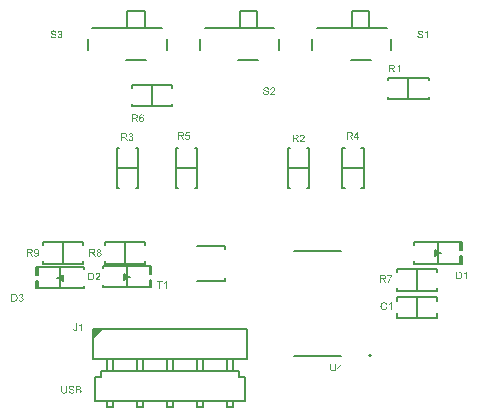
<source format=gto>
G04*
G04 #@! TF.GenerationSoftware,Altium Limited,Altium Designer,22.8.2 (66)*
G04*
G04 Layer_Color=65535*
%FSLAX44Y44*%
%MOMM*%
G71*
G04*
G04 #@! TF.SameCoordinates,69D579BB-6610-4C83-93C2-135228772BCE*
G04*
G04*
G04 #@! TF.FilePolarity,Positive*
G04*
G01*
G75*
%ADD10C,0.2000*%
%ADD11C,0.1500*%
%ADD12C,0.1270*%
G36*
X328400Y443000D02*
Y434000D01*
X337400Y443000D01*
X328400D01*
D02*
G37*
G36*
X309837Y394506D02*
X309905D01*
X310071Y394486D01*
X310266Y394457D01*
X310480Y394418D01*
X310695Y394359D01*
X310900Y394281D01*
X310910D01*
X310919Y394272D01*
X310949Y394262D01*
X310988Y394242D01*
X311085Y394184D01*
X311212Y394115D01*
X311349Y394018D01*
X311485Y393901D01*
X311622Y393764D01*
X311739Y393608D01*
X311749Y393589D01*
X311787Y393530D01*
X311836Y393433D01*
X311885Y393316D01*
X311943Y393169D01*
X312002Y392994D01*
X312041Y392808D01*
X312061Y392604D01*
X311251Y392545D01*
Y392555D01*
Y392574D01*
X311241Y392604D01*
X311231Y392643D01*
X311212Y392750D01*
X311173Y392887D01*
X311115Y393033D01*
X311036Y393179D01*
X310929Y393326D01*
X310802Y393452D01*
X310783Y393462D01*
X310734Y393501D01*
X310646Y393550D01*
X310529Y393608D01*
X310373Y393667D01*
X310178Y393716D01*
X309954Y393755D01*
X309690Y393764D01*
X309564D01*
X309505Y393755D01*
X309427D01*
X309261Y393725D01*
X309076Y393696D01*
X308891Y393647D01*
X308715Y393579D01*
X308637Y393530D01*
X308569Y393481D01*
X308559Y393472D01*
X308520Y393433D01*
X308461Y393374D01*
X308403Y393287D01*
X308335Y393189D01*
X308286Y393072D01*
X308247Y392945D01*
X308227Y392799D01*
Y392779D01*
Y392740D01*
X308237Y392672D01*
X308257Y392594D01*
X308286Y392506D01*
X308335Y392409D01*
X308393Y392321D01*
X308471Y392233D01*
X308481Y392223D01*
X308530Y392194D01*
X308559Y392175D01*
X308598Y392145D01*
X308657Y392126D01*
X308725Y392096D01*
X308803Y392057D01*
X308891Y392019D01*
X308988Y391989D01*
X309105Y391950D01*
X309242Y391902D01*
X309388Y391862D01*
X309554Y391823D01*
X309739Y391775D01*
X309749D01*
X309788Y391765D01*
X309837Y391755D01*
X309905Y391736D01*
X309993Y391716D01*
X310090Y391687D01*
X310305Y391638D01*
X310539Y391570D01*
X310773Y391502D01*
X310890Y391472D01*
X310988Y391433D01*
X311085Y391394D01*
X311163Y391365D01*
X311173D01*
X311192Y391355D01*
X311212Y391336D01*
X311251Y391316D01*
X311349Y391258D01*
X311475Y391189D01*
X311612Y391092D01*
X311749Y390975D01*
X311875Y390848D01*
X311983Y390712D01*
X311992Y390692D01*
X312022Y390643D01*
X312070Y390565D01*
X312119Y390448D01*
X312168Y390321D01*
X312217Y390165D01*
X312246Y389990D01*
X312256Y389804D01*
Y389795D01*
Y389785D01*
Y389756D01*
Y389717D01*
X312236Y389619D01*
X312217Y389492D01*
X312187Y389346D01*
X312129Y389180D01*
X312061Y389005D01*
X311963Y388839D01*
X311953Y388819D01*
X311905Y388761D01*
X311846Y388683D01*
X311749Y388585D01*
X311631Y388468D01*
X311485Y388351D01*
X311310Y388244D01*
X311115Y388137D01*
X311105D01*
X311085Y388127D01*
X311056Y388117D01*
X311017Y388097D01*
X310968Y388078D01*
X310910Y388059D01*
X310754Y388019D01*
X310578Y387971D01*
X310364Y387932D01*
X310139Y387902D01*
X309886Y387893D01*
X309739D01*
X309671Y387902D01*
X309583D01*
X309486Y387912D01*
X309378Y387922D01*
X309154Y387951D01*
X308910Y388000D01*
X308666Y388059D01*
X308432Y388137D01*
X308423D01*
X308403Y388146D01*
X308374Y388166D01*
X308335Y388185D01*
X308227Y388244D01*
X308101Y388332D01*
X307945Y388439D01*
X307798Y388566D01*
X307642Y388722D01*
X307506Y388897D01*
Y388907D01*
X307496Y388917D01*
X307476Y388946D01*
X307457Y388985D01*
X307428Y389034D01*
X307398Y389092D01*
X307340Y389239D01*
X307281Y389404D01*
X307223Y389609D01*
X307184Y389824D01*
X307164Y390058D01*
X307964Y390126D01*
Y390117D01*
Y390107D01*
X307974Y390048D01*
X307993Y389961D01*
X308013Y389843D01*
X308052Y389717D01*
X308091Y389580D01*
X308149Y389453D01*
X308218Y389327D01*
X308227Y389317D01*
X308257Y389278D01*
X308305Y389219D01*
X308384Y389151D01*
X308471Y389073D01*
X308579Y388985D01*
X308715Y388907D01*
X308861Y388829D01*
X308871D01*
X308881Y388819D01*
X308939Y388800D01*
X309027Y388770D01*
X309154Y388741D01*
X309291Y388702D01*
X309466Y388673D01*
X309652Y388653D01*
X309846Y388644D01*
X309925D01*
X310022Y388653D01*
X310129Y388663D01*
X310266Y388673D01*
X310403Y388702D01*
X310549Y388731D01*
X310695Y388780D01*
X310715Y388790D01*
X310754Y388810D01*
X310822Y388839D01*
X310900Y388888D01*
X310997Y388946D01*
X311085Y389014D01*
X311173Y389092D01*
X311251Y389180D01*
X311261Y389190D01*
X311280Y389229D01*
X311310Y389278D01*
X311349Y389346D01*
X311378Y389424D01*
X311407Y389522D01*
X311427Y389619D01*
X311436Y389726D01*
Y389736D01*
Y389775D01*
X311427Y389834D01*
X311417Y389902D01*
X311397Y389990D01*
X311358Y390078D01*
X311319Y390165D01*
X311261Y390253D01*
X311251Y390263D01*
X311231Y390292D01*
X311183Y390331D01*
X311124Y390390D01*
X311046Y390448D01*
X310949Y390507D01*
X310822Y390575D01*
X310685Y390634D01*
X310676Y390643D01*
X310637Y390653D01*
X310558Y390672D01*
X310510Y390692D01*
X310451Y390712D01*
X310373Y390731D01*
X310295Y390751D01*
X310198Y390780D01*
X310100Y390809D01*
X309983Y390838D01*
X309846Y390868D01*
X309700Y390907D01*
X309544Y390946D01*
X309534D01*
X309505Y390955D01*
X309456Y390965D01*
X309398Y390985D01*
X309330Y391004D01*
X309252Y391024D01*
X309066Y391072D01*
X308861Y391141D01*
X308657Y391209D01*
X308471Y391277D01*
X308384Y391306D01*
X308315Y391345D01*
X308305D01*
X308296Y391355D01*
X308237Y391394D01*
X308159Y391443D01*
X308062Y391511D01*
X307945Y391599D01*
X307837Y391697D01*
X307730Y391814D01*
X307633Y391940D01*
X307623Y391960D01*
X307593Y392009D01*
X307564Y392077D01*
X307525Y392175D01*
X307476Y392292D01*
X307447Y392428D01*
X307418Y392584D01*
X307408Y392740D01*
Y392750D01*
Y392760D01*
Y392789D01*
Y392828D01*
X307428Y392916D01*
X307447Y393033D01*
X307476Y393179D01*
X307525Y393326D01*
X307593Y393491D01*
X307681Y393647D01*
Y393657D01*
X307691Y393667D01*
X307730Y393716D01*
X307798Y393794D01*
X307886Y393891D01*
X307993Y393989D01*
X308130Y394096D01*
X308296Y394203D01*
X308481Y394291D01*
X308491D01*
X308500Y394301D01*
X308530Y394311D01*
X308579Y394330D01*
X308627Y394340D01*
X308686Y394359D01*
X308822Y394408D01*
X308998Y394447D01*
X309193Y394476D01*
X309417Y394506D01*
X309652Y394515D01*
X309769D01*
X309837Y394506D01*
D02*
G37*
G36*
X306033Y390702D02*
Y390692D01*
Y390663D01*
Y390614D01*
Y390546D01*
X306023Y390458D01*
Y390370D01*
X306013Y390263D01*
X306004Y390146D01*
X305974Y389902D01*
X305935Y389648D01*
X305887Y389395D01*
X305809Y389170D01*
Y389161D01*
X305799Y389141D01*
X305789Y389112D01*
X305770Y389073D01*
X305711Y388975D01*
X305633Y388839D01*
X305526Y388693D01*
X305389Y388536D01*
X305214Y388390D01*
X305019Y388244D01*
X305009D01*
X304989Y388224D01*
X304960Y388215D01*
X304911Y388185D01*
X304862Y388166D01*
X304794Y388137D01*
X304706Y388097D01*
X304619Y388068D01*
X304521Y388039D01*
X304404Y388000D01*
X304287Y387971D01*
X304150Y387951D01*
X303858Y387912D01*
X303526Y387893D01*
X303438D01*
X303380Y387902D01*
X303302D01*
X303214Y387912D01*
X303116Y387922D01*
X303009Y387932D01*
X302775Y387971D01*
X302531Y388019D01*
X302278Y388097D01*
X302053Y388195D01*
X302044D01*
X302024Y388215D01*
X302005Y388224D01*
X301966Y388254D01*
X301858Y388322D01*
X301741Y388429D01*
X301605Y388556D01*
X301478Y388702D01*
X301351Y388888D01*
X301244Y389092D01*
Y389102D01*
X301234Y389122D01*
X301224Y389151D01*
X301205Y389200D01*
X301185Y389258D01*
X301166Y389336D01*
X301146Y389424D01*
X301127Y389522D01*
X301098Y389629D01*
X301078Y389746D01*
X301059Y389883D01*
X301039Y390019D01*
X301019Y390175D01*
X301010Y390341D01*
X301000Y390516D01*
Y390702D01*
Y394408D01*
X301849D01*
Y390702D01*
Y390692D01*
Y390663D01*
Y390624D01*
Y390565D01*
Y390497D01*
X301858Y390419D01*
X301868Y390234D01*
X301888Y390038D01*
X301907Y389834D01*
X301946Y389639D01*
X301966Y389551D01*
X301995Y389473D01*
X302005Y389453D01*
X302024Y389404D01*
X302063Y389336D01*
X302122Y389249D01*
X302190Y389151D01*
X302288Y389044D01*
X302395Y388946D01*
X302531Y388858D01*
X302551Y388849D01*
X302600Y388829D01*
X302678Y388790D01*
X302785Y388761D01*
X302922Y388722D01*
X303078Y388683D01*
X303253Y388663D01*
X303448Y388653D01*
X303536D01*
X303604Y388663D01*
X303682D01*
X303770Y388673D01*
X303965Y388702D01*
X304189Y388761D01*
X304404Y388829D01*
X304609Y388936D01*
X304706Y388995D01*
X304784Y389073D01*
Y389083D01*
X304804Y389092D01*
X304823Y389122D01*
X304843Y389161D01*
X304882Y389210D01*
X304911Y389268D01*
X304950Y389346D01*
X304989Y389434D01*
X305019Y389541D01*
X305058Y389658D01*
X305096Y389785D01*
X305126Y389941D01*
X305145Y390107D01*
X305165Y390282D01*
X305184Y390487D01*
Y390702D01*
Y394408D01*
X306033D01*
Y390702D01*
D02*
G37*
G36*
X315962Y394398D02*
X316030D01*
X316196Y394389D01*
X316381Y394359D01*
X316576Y394330D01*
X316772Y394281D01*
X316947Y394213D01*
X316957D01*
X316967Y394203D01*
X317025Y394174D01*
X317103Y394125D01*
X317201Y394067D01*
X317318Y393979D01*
X317435Y393872D01*
X317542Y393755D01*
X317649Y393608D01*
X317659Y393589D01*
X317688Y393540D01*
X317727Y393452D01*
X317776Y393345D01*
X317825Y393218D01*
X317864Y393082D01*
X317893Y392926D01*
X317903Y392760D01*
Y392740D01*
Y392691D01*
X317893Y392613D01*
X317874Y392506D01*
X317845Y392389D01*
X317806Y392262D01*
X317757Y392116D01*
X317679Y391979D01*
X317669Y391960D01*
X317640Y391921D01*
X317581Y391853D01*
X317513Y391775D01*
X317415Y391677D01*
X317298Y391589D01*
X317162Y391492D01*
X316996Y391404D01*
X317006D01*
X317025Y391394D01*
X317054Y391385D01*
X317093Y391375D01*
X317201Y391326D01*
X317327Y391268D01*
X317474Y391180D01*
X317620Y391082D01*
X317766Y390965D01*
X317893Y390819D01*
X317903Y390799D01*
X317942Y390751D01*
X317991Y390663D01*
X318059Y390546D01*
X318118Y390399D01*
X318166Y390243D01*
X318205Y390058D01*
X318215Y389853D01*
Y389834D01*
Y389775D01*
X318205Y389687D01*
X318196Y389580D01*
X318166Y389453D01*
X318137Y389307D01*
X318088Y389161D01*
X318020Y389014D01*
X318010Y388995D01*
X317991Y388946D01*
X317942Y388878D01*
X317893Y388790D01*
X317825Y388693D01*
X317747Y388595D01*
X317649Y388497D01*
X317552Y388410D01*
X317542Y388400D01*
X317503Y388380D01*
X317445Y388341D01*
X317357Y388293D01*
X317259Y388244D01*
X317132Y388195D01*
X316996Y388146D01*
X316850Y388097D01*
X316830D01*
X316772Y388078D01*
X316684Y388068D01*
X316567Y388049D01*
X316411Y388029D01*
X316235Y388019D01*
X316040Y388000D01*
X313377D01*
Y394408D01*
X315894D01*
X315962Y394398D01*
D02*
G37*
G36*
X533883Y409551D02*
Y409542D01*
Y409512D01*
Y409464D01*
Y409395D01*
X533873Y409308D01*
Y409220D01*
X533863Y409112D01*
X533854Y408995D01*
X533824Y408751D01*
X533785Y408498D01*
X533737Y408244D01*
X533659Y408020D01*
Y408010D01*
X533649Y407991D01*
X533639Y407962D01*
X533620Y407923D01*
X533561Y407825D01*
X533483Y407688D01*
X533376Y407542D01*
X533239Y407386D01*
X533064Y407240D01*
X532869Y407093D01*
X532859D01*
X532839Y407074D01*
X532810Y407064D01*
X532761Y407035D01*
X532713Y407015D01*
X532644Y406986D01*
X532556Y406947D01*
X532469Y406918D01*
X532371Y406889D01*
X532254Y406850D01*
X532137Y406820D01*
X532001Y406801D01*
X531708Y406762D01*
X531376Y406742D01*
X531288D01*
X531230Y406752D01*
X531152D01*
X531064Y406762D01*
X530967Y406772D01*
X530859Y406781D01*
X530625Y406820D01*
X530381Y406869D01*
X530128Y406947D01*
X529903Y407045D01*
X529894D01*
X529874Y407064D01*
X529855Y407074D01*
X529816Y407103D01*
X529708Y407171D01*
X529591Y407279D01*
X529455Y407406D01*
X529328Y407552D01*
X529201Y407737D01*
X529094Y407942D01*
Y407952D01*
X529084Y407971D01*
X529074Y408000D01*
X529055Y408049D01*
X529035Y408108D01*
X529016Y408186D01*
X528996Y408274D01*
X528977Y408371D01*
X528948Y408478D01*
X528928Y408596D01*
X528909Y408732D01*
X528889Y408869D01*
X528870Y409025D01*
X528860Y409190D01*
X528850Y409366D01*
Y409551D01*
Y413258D01*
X529699D01*
Y409551D01*
Y409542D01*
Y409512D01*
Y409473D01*
Y409415D01*
Y409347D01*
X529708Y409268D01*
X529718Y409083D01*
X529738Y408888D01*
X529757Y408683D01*
X529796Y408488D01*
X529816Y408400D01*
X529845Y408322D01*
X529855Y408303D01*
X529874Y408254D01*
X529913Y408186D01*
X529972Y408098D01*
X530040Y408000D01*
X530138Y407893D01*
X530245Y407796D01*
X530381Y407708D01*
X530401Y407698D01*
X530450Y407679D01*
X530528Y407640D01*
X530635Y407610D01*
X530772Y407571D01*
X530928Y407532D01*
X531103Y407513D01*
X531298Y407503D01*
X531386D01*
X531454Y407513D01*
X531532D01*
X531620Y407523D01*
X531815Y407552D01*
X532039Y407610D01*
X532254Y407679D01*
X532459Y407786D01*
X532556Y407844D01*
X532635Y407923D01*
Y407932D01*
X532654Y407942D01*
X532673Y407971D01*
X532693Y408010D01*
X532732Y408059D01*
X532761Y408117D01*
X532800Y408196D01*
X532839Y408283D01*
X532869Y408391D01*
X532908Y408508D01*
X532947Y408634D01*
X532976Y408791D01*
X532995Y408956D01*
X533015Y409132D01*
X533034Y409337D01*
Y409551D01*
Y413258D01*
X533883D01*
Y409551D01*
D02*
G37*
G36*
X538282Y409103D02*
X539150D01*
Y408381D01*
X538282D01*
Y406850D01*
X537492D01*
Y408381D01*
X534712D01*
Y409103D01*
X537638Y413248D01*
X538282D01*
Y409103D01*
D02*
G37*
G36*
X390292Y476781D02*
X389501D01*
Y481795D01*
X389492Y481785D01*
X389453Y481746D01*
X389384Y481697D01*
X389297Y481629D01*
X389189Y481541D01*
X389063Y481453D01*
X388916Y481346D01*
X388750Y481249D01*
X388741D01*
X388731Y481239D01*
X388672Y481200D01*
X388585Y481151D01*
X388477Y481092D01*
X388351Y481024D01*
X388214Y480966D01*
X388068Y480897D01*
X387931Y480839D01*
Y481609D01*
X387941D01*
X387961Y481619D01*
X387999Y481639D01*
X388038Y481668D01*
X388097Y481697D01*
X388165Y481726D01*
X388321Y481814D01*
X388497Y481922D01*
X388692Y482048D01*
X388887Y482195D01*
X389072Y482351D01*
X389082Y482360D01*
X389092Y482370D01*
X389150Y482429D01*
X389238Y482516D01*
X389346Y482624D01*
X389463Y482760D01*
X389580Y482907D01*
X389687Y483063D01*
X389775Y483219D01*
X390292D01*
Y476781D01*
D02*
G37*
G36*
X386771Y482438D02*
X384664D01*
Y476781D01*
X383815D01*
Y482438D01*
X381708D01*
Y483189D01*
X386771D01*
Y482438D01*
D02*
G37*
G36*
X294610Y695302D02*
X294679D01*
X294844Y695282D01*
X295040Y695253D01*
X295254Y695214D01*
X295469Y695155D01*
X295674Y695077D01*
X295683D01*
X295693Y695068D01*
X295722Y695058D01*
X295761Y695038D01*
X295859Y694980D01*
X295986Y694911D01*
X296122Y694814D01*
X296259Y694697D01*
X296395Y694560D01*
X296512Y694404D01*
X296522Y694385D01*
X296561Y694326D01*
X296610Y694229D01*
X296659Y694112D01*
X296717Y693965D01*
X296776Y693790D01*
X296815Y693605D01*
X296834Y693400D01*
X296025Y693341D01*
Y693351D01*
Y693370D01*
X296015Y693400D01*
X296005Y693439D01*
X295986Y693546D01*
X295947Y693682D01*
X295888Y693829D01*
X295810Y693975D01*
X295703Y694121D01*
X295576Y694248D01*
X295557Y694258D01*
X295508Y694297D01*
X295420Y694346D01*
X295303Y694404D01*
X295147Y694463D01*
X294952Y694511D01*
X294727Y694551D01*
X294464Y694560D01*
X294337D01*
X294279Y694551D01*
X294201D01*
X294035Y694521D01*
X293850Y694492D01*
X293664Y694443D01*
X293489Y694375D01*
X293411Y694326D01*
X293342Y694277D01*
X293333Y694268D01*
X293294Y694229D01*
X293235Y694170D01*
X293177Y694082D01*
X293108Y693985D01*
X293060Y693868D01*
X293020Y693741D01*
X293001Y693595D01*
Y693575D01*
Y693536D01*
X293011Y693468D01*
X293030Y693390D01*
X293060Y693302D01*
X293108Y693205D01*
X293167Y693117D01*
X293245Y693029D01*
X293255Y693019D01*
X293303Y692990D01*
X293333Y692971D01*
X293372Y692941D01*
X293430Y692922D01*
X293498Y692892D01*
X293577Y692853D01*
X293664Y692814D01*
X293762Y692785D01*
X293879Y692746D01*
X294015Y692697D01*
X294162Y692658D01*
X294328Y692619D01*
X294513Y692571D01*
X294523D01*
X294562Y692561D01*
X294610Y692551D01*
X294679Y692532D01*
X294766Y692512D01*
X294864Y692483D01*
X295079Y692434D01*
X295313Y692366D01*
X295547Y692298D01*
X295664Y692268D01*
X295761Y692229D01*
X295859Y692190D01*
X295937Y692161D01*
X295947D01*
X295966Y692151D01*
X295986Y692132D01*
X296025Y692112D01*
X296122Y692054D01*
X296249Y691985D01*
X296385Y691888D01*
X296522Y691771D01*
X296649Y691644D01*
X296756Y691507D01*
X296766Y691488D01*
X296795Y691439D01*
X296844Y691361D01*
X296893Y691244D01*
X296942Y691117D01*
X296990Y690961D01*
X297020Y690786D01*
X297029Y690600D01*
Y690591D01*
Y690581D01*
Y690552D01*
Y690513D01*
X297010Y690415D01*
X296990Y690288D01*
X296961Y690142D01*
X296903Y689976D01*
X296834Y689801D01*
X296737Y689635D01*
X296727Y689615D01*
X296678Y689557D01*
X296620Y689479D01*
X296522Y689381D01*
X296405Y689264D01*
X296259Y689147D01*
X296083Y689040D01*
X295888Y688932D01*
X295878D01*
X295859Y688923D01*
X295830Y688913D01*
X295791Y688894D01*
X295742Y688874D01*
X295683Y688855D01*
X295527Y688815D01*
X295352Y688767D01*
X295137Y688728D01*
X294913Y688698D01*
X294659Y688689D01*
X294513D01*
X294445Y688698D01*
X294357D01*
X294259Y688708D01*
X294152Y688718D01*
X293928Y688747D01*
X293684Y688796D01*
X293440Y688855D01*
X293206Y688932D01*
X293196D01*
X293177Y688942D01*
X293147Y688962D01*
X293108Y688981D01*
X293001Y689040D01*
X292874Y689128D01*
X292718Y689235D01*
X292572Y689362D01*
X292416Y689518D01*
X292279Y689693D01*
Y689703D01*
X292269Y689713D01*
X292250Y689742D01*
X292230Y689781D01*
X292201Y689830D01*
X292172Y689888D01*
X292113Y690035D01*
X292055Y690200D01*
X291996Y690405D01*
X291957Y690620D01*
X291938Y690854D01*
X292738Y690922D01*
Y690912D01*
Y690903D01*
X292747Y690844D01*
X292767Y690756D01*
X292786Y690639D01*
X292825Y690513D01*
X292864Y690376D01*
X292923Y690249D01*
X292991Y690122D01*
X293001Y690113D01*
X293030Y690074D01*
X293079Y690015D01*
X293157Y689947D01*
X293245Y689869D01*
X293352Y689781D01*
X293489Y689703D01*
X293635Y689625D01*
X293645D01*
X293654Y689615D01*
X293713Y689596D01*
X293801Y689566D01*
X293928Y689537D01*
X294064Y689498D01*
X294240Y689469D01*
X294425Y689449D01*
X294620Y689440D01*
X294698D01*
X294796Y689449D01*
X294903Y689459D01*
X295040Y689469D01*
X295176Y689498D01*
X295322Y689527D01*
X295469Y689576D01*
X295488Y689586D01*
X295527Y689605D01*
X295595Y689635D01*
X295674Y689684D01*
X295771Y689742D01*
X295859Y689810D01*
X295947Y689888D01*
X296025Y689976D01*
X296034Y689986D01*
X296054Y690025D01*
X296083Y690074D01*
X296122Y690142D01*
X296151Y690220D01*
X296181Y690318D01*
X296200Y690415D01*
X296210Y690522D01*
Y690532D01*
Y690571D01*
X296200Y690630D01*
X296190Y690698D01*
X296171Y690786D01*
X296132Y690873D01*
X296093Y690961D01*
X296034Y691049D01*
X296025Y691059D01*
X296005Y691088D01*
X295956Y691127D01*
X295898Y691186D01*
X295820Y691244D01*
X295722Y691303D01*
X295595Y691371D01*
X295459Y691429D01*
X295449Y691439D01*
X295410Y691449D01*
X295332Y691468D01*
X295283Y691488D01*
X295225Y691507D01*
X295147Y691527D01*
X295069Y691546D01*
X294971Y691576D01*
X294874Y691605D01*
X294757Y691634D01*
X294620Y691664D01*
X294474Y691702D01*
X294318Y691741D01*
X294308D01*
X294279Y691751D01*
X294230Y691761D01*
X294171Y691780D01*
X294103Y691800D01*
X294025Y691820D01*
X293840Y691868D01*
X293635Y691937D01*
X293430Y692005D01*
X293245Y692073D01*
X293157Y692102D01*
X293089Y692141D01*
X293079D01*
X293069Y692151D01*
X293011Y692190D01*
X292933Y692239D01*
X292835Y692307D01*
X292718Y692395D01*
X292611Y692493D01*
X292504Y692610D01*
X292406Y692736D01*
X292396Y692756D01*
X292367Y692805D01*
X292338Y692873D01*
X292299Y692971D01*
X292250Y693087D01*
X292221Y693224D01*
X292192Y693380D01*
X292182Y693536D01*
Y693546D01*
Y693556D01*
Y693585D01*
Y693624D01*
X292201Y693712D01*
X292221Y693829D01*
X292250Y693975D01*
X292299Y694121D01*
X292367Y694287D01*
X292455Y694443D01*
Y694453D01*
X292465Y694463D01*
X292504Y694511D01*
X292572Y694590D01*
X292660Y694687D01*
X292767Y694785D01*
X292903Y694892D01*
X293069Y694999D01*
X293255Y695087D01*
X293264D01*
X293274Y695097D01*
X293303Y695107D01*
X293352Y695126D01*
X293401Y695136D01*
X293459Y695155D01*
X293596Y695204D01*
X293771Y695243D01*
X293967Y695272D01*
X294191Y695302D01*
X294425Y695311D01*
X294542D01*
X294610Y695302D01*
D02*
G37*
G36*
X300063Y695224D02*
X300189Y695204D01*
X300336Y695175D01*
X300501Y695136D01*
X300667Y695077D01*
X300833Y694999D01*
X300843D01*
X300853Y694989D01*
X300911Y694960D01*
X300989Y694911D01*
X301087Y694843D01*
X301194Y694755D01*
X301311Y694648D01*
X301418Y694521D01*
X301516Y694385D01*
X301526Y694365D01*
X301555Y694316D01*
X301594Y694238D01*
X301633Y694141D01*
X301672Y694014D01*
X301711Y693878D01*
X301740Y693731D01*
X301750Y693565D01*
Y693546D01*
Y693497D01*
X301740Y693419D01*
X301721Y693322D01*
X301691Y693205D01*
X301653Y693078D01*
X301604Y692941D01*
X301526Y692814D01*
X301516Y692795D01*
X301487Y692756D01*
X301428Y692697D01*
X301360Y692619D01*
X301262Y692532D01*
X301155Y692444D01*
X301019Y692346D01*
X300862Y692268D01*
X300872D01*
X300892Y692259D01*
X300921D01*
X300960Y692239D01*
X301057Y692210D01*
X301184Y692151D01*
X301321Y692083D01*
X301467Y691985D01*
X301613Y691868D01*
X301740Y691722D01*
X301750Y691702D01*
X301789Y691644D01*
X301838Y691556D01*
X301906Y691439D01*
X301965Y691293D01*
X302013Y691117D01*
X302052Y690912D01*
X302062Y690688D01*
Y690678D01*
Y690649D01*
Y690610D01*
X302052Y690552D01*
X302043Y690473D01*
X302033Y690396D01*
X302013Y690298D01*
X301984Y690200D01*
X301916Y689976D01*
X301867Y689849D01*
X301799Y689732D01*
X301730Y689615D01*
X301653Y689498D01*
X301555Y689381D01*
X301448Y689264D01*
X301438Y689254D01*
X301418Y689235D01*
X301389Y689215D01*
X301340Y689176D01*
X301282Y689128D01*
X301204Y689079D01*
X301116Y689030D01*
X301028Y688981D01*
X300921Y688923D01*
X300804Y688874D01*
X300677Y688825D01*
X300541Y688776D01*
X300394Y688737D01*
X300238Y688718D01*
X300072Y688698D01*
X299907Y688689D01*
X299828D01*
X299770Y688698D01*
X299692Y688708D01*
X299614Y688718D01*
X299516Y688728D01*
X299419Y688747D01*
X299195Y688806D01*
X298960Y688903D01*
X298843Y688952D01*
X298736Y689020D01*
X298619Y689098D01*
X298512Y689186D01*
X298502Y689196D01*
X298492Y689206D01*
X298463Y689235D01*
X298424Y689274D01*
X298385Y689332D01*
X298336Y689391D01*
X298278Y689459D01*
X298229Y689537D01*
X298112Y689732D01*
X298014Y689957D01*
X297927Y690210D01*
X297897Y690347D01*
X297878Y690493D01*
X298668Y690600D01*
Y690591D01*
X298678Y690571D01*
Y690532D01*
X298697Y690493D01*
X298726Y690376D01*
X298775Y690230D01*
X298834Y690074D01*
X298912Y689908D01*
X299009Y689762D01*
X299116Y689635D01*
X299136Y689625D01*
X299175Y689586D01*
X299243Y689547D01*
X299341Y689488D01*
X299448Y689440D01*
X299585Y689391D01*
X299741Y689352D01*
X299907Y689342D01*
X299965D01*
X300004Y689352D01*
X300102Y689362D01*
X300228Y689391D01*
X300385Y689440D01*
X300541Y689498D01*
X300697Y689596D01*
X300843Y689723D01*
X300862Y689742D01*
X300901Y689791D01*
X300960Y689869D01*
X301038Y689986D01*
X301106Y690122D01*
X301165Y690288D01*
X301204Y690473D01*
X301223Y690678D01*
Y690688D01*
Y690698D01*
Y690727D01*
X301213Y690766D01*
X301204Y690864D01*
X301175Y690991D01*
X301136Y691127D01*
X301067Y691283D01*
X300979Y691429D01*
X300862Y691566D01*
X300843Y691585D01*
X300804Y691625D01*
X300726Y691673D01*
X300619Y691741D01*
X300492Y691810D01*
X300336Y691859D01*
X300170Y691898D01*
X299975Y691917D01*
X299887D01*
X299819Y691907D01*
X299741Y691898D01*
X299643Y691888D01*
X299536Y691868D01*
X299419Y691839D01*
X299507Y692532D01*
X299555D01*
X299594Y692522D01*
X299721D01*
X299809Y692532D01*
X299936Y692551D01*
X300072Y692580D01*
X300219Y692629D01*
X300375Y692688D01*
X300531Y692775D01*
X300550Y692785D01*
X300599Y692824D01*
X300658Y692892D01*
X300736Y692980D01*
X300814Y693087D01*
X300872Y693224D01*
X300921Y693390D01*
X300940Y693585D01*
Y693595D01*
Y693605D01*
Y693653D01*
X300921Y693731D01*
X300901Y693839D01*
X300872Y693946D01*
X300814Y694063D01*
X300745Y694190D01*
X300648Y694297D01*
X300638Y694307D01*
X300599Y694346D01*
X300531Y694395D01*
X300443Y694443D01*
X300336Y694502D01*
X300209Y694541D01*
X300063Y694580D01*
X299897Y694590D01*
X299819D01*
X299731Y694570D01*
X299634Y694551D01*
X299507Y694521D01*
X299380Y694463D01*
X299253Y694395D01*
X299126Y694297D01*
X299116Y694287D01*
X299077Y694248D01*
X299029Y694180D01*
X298970Y694082D01*
X298902Y693965D01*
X298843Y693819D01*
X298785Y693643D01*
X298746Y693439D01*
X297956Y693575D01*
Y693585D01*
X297966Y693614D01*
X297975Y693653D01*
X297985Y693702D01*
X298005Y693770D01*
X298024Y693848D01*
X298092Y694024D01*
X298170Y694219D01*
X298288Y694424D01*
X298424Y694619D01*
X298600Y694794D01*
X298609Y694804D01*
X298619Y694814D01*
X298648Y694833D01*
X298697Y694863D01*
X298746Y694892D01*
X298804Y694931D01*
X298951Y695019D01*
X299136Y695097D01*
X299360Y695165D01*
X299604Y695214D01*
X299741Y695233D01*
X299965D01*
X300063Y695224D01*
D02*
G37*
G36*
X474640Y647302D02*
X474708D01*
X474874Y647282D01*
X475069Y647253D01*
X475283Y647214D01*
X475498Y647155D01*
X475703Y647077D01*
X475713D01*
X475722Y647067D01*
X475752Y647058D01*
X475791Y647038D01*
X475888Y646980D01*
X476015Y646911D01*
X476151Y646814D01*
X476288Y646697D01*
X476424Y646560D01*
X476542Y646404D01*
X476551Y646385D01*
X476590Y646326D01*
X476639Y646229D01*
X476688Y646112D01*
X476746Y645965D01*
X476805Y645790D01*
X476844Y645604D01*
X476864Y645400D01*
X476054Y645341D01*
Y645351D01*
Y645370D01*
X476044Y645400D01*
X476034Y645439D01*
X476015Y645546D01*
X475976Y645683D01*
X475917Y645829D01*
X475839Y645975D01*
X475732Y646121D01*
X475605Y646248D01*
X475586Y646258D01*
X475537Y646297D01*
X475449Y646346D01*
X475332Y646404D01*
X475176Y646463D01*
X474981Y646512D01*
X474757Y646551D01*
X474493Y646560D01*
X474366D01*
X474308Y646551D01*
X474230D01*
X474064Y646521D01*
X473879Y646492D01*
X473694Y646443D01*
X473518Y646375D01*
X473440Y646326D01*
X473372Y646277D01*
X473362Y646268D01*
X473323Y646229D01*
X473264Y646170D01*
X473206Y646082D01*
X473138Y645985D01*
X473089Y645868D01*
X473050Y645741D01*
X473030Y645595D01*
Y645575D01*
Y645536D01*
X473040Y645468D01*
X473060Y645390D01*
X473089Y645302D01*
X473138Y645205D01*
X473196Y645117D01*
X473274Y645029D01*
X473284Y645019D01*
X473333Y644990D01*
X473362Y644970D01*
X473401Y644941D01*
X473460Y644922D01*
X473528Y644893D01*
X473606Y644853D01*
X473694Y644814D01*
X473791Y644785D01*
X473908Y644746D01*
X474045Y644697D01*
X474191Y644658D01*
X474357Y644619D01*
X474542Y644571D01*
X474552D01*
X474591Y644561D01*
X474640Y644551D01*
X474708Y644532D01*
X474796Y644512D01*
X474893Y644483D01*
X475108Y644434D01*
X475342Y644366D01*
X475576Y644297D01*
X475693Y644268D01*
X475791Y644229D01*
X475888Y644190D01*
X475966Y644161D01*
X475976D01*
X475995Y644151D01*
X476015Y644132D01*
X476054Y644112D01*
X476151Y644054D01*
X476278Y643985D01*
X476415Y643888D01*
X476551Y643771D01*
X476678Y643644D01*
X476785Y643508D01*
X476795Y643488D01*
X476824Y643439D01*
X476873Y643361D01*
X476922Y643244D01*
X476971Y643117D01*
X477020Y642961D01*
X477049Y642786D01*
X477058Y642600D01*
Y642591D01*
Y642581D01*
Y642552D01*
Y642513D01*
X477039Y642415D01*
X477020Y642288D01*
X476990Y642142D01*
X476932Y641976D01*
X476864Y641801D01*
X476766Y641635D01*
X476756Y641615D01*
X476707Y641557D01*
X476649Y641479D01*
X476551Y641381D01*
X476434Y641264D01*
X476288Y641147D01*
X476112Y641040D01*
X475917Y640932D01*
X475908D01*
X475888Y640923D01*
X475859Y640913D01*
X475820Y640893D01*
X475771Y640874D01*
X475713Y640854D01*
X475556Y640816D01*
X475381Y640767D01*
X475166Y640728D01*
X474942Y640698D01*
X474688Y640689D01*
X474542D01*
X474474Y640698D01*
X474386D01*
X474288Y640708D01*
X474181Y640718D01*
X473957Y640747D01*
X473713Y640796D01*
X473469Y640854D01*
X473235Y640932D01*
X473225D01*
X473206Y640942D01*
X473177Y640962D01*
X473138Y640981D01*
X473030Y641040D01*
X472904Y641128D01*
X472747Y641235D01*
X472601Y641362D01*
X472445Y641518D01*
X472309Y641693D01*
Y641703D01*
X472299Y641713D01*
X472279Y641742D01*
X472260Y641781D01*
X472230Y641830D01*
X472201Y641888D01*
X472143Y642035D01*
X472084Y642200D01*
X472026Y642405D01*
X471987Y642620D01*
X471967Y642854D01*
X472767Y642922D01*
Y642913D01*
Y642903D01*
X472777Y642844D01*
X472796Y642756D01*
X472816Y642639D01*
X472855Y642513D01*
X472894Y642376D01*
X472952Y642249D01*
X473021Y642122D01*
X473030Y642113D01*
X473060Y642074D01*
X473108Y642015D01*
X473186Y641947D01*
X473274Y641869D01*
X473381Y641781D01*
X473518Y641703D01*
X473664Y641625D01*
X473674D01*
X473684Y641615D01*
X473742Y641596D01*
X473830Y641566D01*
X473957Y641537D01*
X474093Y641498D01*
X474269Y641469D01*
X474454Y641449D01*
X474649Y641440D01*
X474727D01*
X474825Y641449D01*
X474932Y641459D01*
X475069Y641469D01*
X475205Y641498D01*
X475352Y641527D01*
X475498Y641576D01*
X475518Y641586D01*
X475556Y641606D01*
X475625Y641635D01*
X475703Y641684D01*
X475800Y641742D01*
X475888Y641810D01*
X475976Y641888D01*
X476054Y641976D01*
X476064Y641986D01*
X476083Y642025D01*
X476112Y642074D01*
X476151Y642142D01*
X476181Y642220D01*
X476210Y642318D01*
X476230Y642415D01*
X476239Y642522D01*
Y642532D01*
Y642571D01*
X476230Y642630D01*
X476220Y642698D01*
X476200Y642786D01*
X476161Y642874D01*
X476122Y642961D01*
X476064Y643049D01*
X476054Y643059D01*
X476034Y643088D01*
X475986Y643127D01*
X475927Y643186D01*
X475849Y643244D01*
X475752Y643303D01*
X475625Y643371D01*
X475488Y643429D01*
X475478Y643439D01*
X475439Y643449D01*
X475361Y643468D01*
X475313Y643488D01*
X475254Y643508D01*
X475176Y643527D01*
X475098Y643547D01*
X475000Y643576D01*
X474903Y643605D01*
X474786Y643634D01*
X474649Y643663D01*
X474503Y643702D01*
X474347Y643742D01*
X474337D01*
X474308Y643751D01*
X474259Y643761D01*
X474201Y643781D01*
X474132Y643800D01*
X474054Y643820D01*
X473869Y643868D01*
X473664Y643937D01*
X473460Y644005D01*
X473274Y644073D01*
X473186Y644102D01*
X473118Y644141D01*
X473108D01*
X473099Y644151D01*
X473040Y644190D01*
X472962Y644239D01*
X472864Y644307D01*
X472747Y644395D01*
X472640Y644493D01*
X472533Y644610D01*
X472435Y644736D01*
X472426Y644756D01*
X472396Y644805D01*
X472367Y644873D01*
X472328Y644970D01*
X472279Y645088D01*
X472250Y645224D01*
X472221Y645380D01*
X472211Y645536D01*
Y645546D01*
Y645556D01*
Y645585D01*
Y645624D01*
X472230Y645712D01*
X472250Y645829D01*
X472279Y645975D01*
X472328Y646121D01*
X472396Y646287D01*
X472484Y646443D01*
Y646453D01*
X472494Y646463D01*
X472533Y646512D01*
X472601Y646590D01*
X472689Y646687D01*
X472796Y646785D01*
X472933Y646892D01*
X473099Y646999D01*
X473284Y647087D01*
X473294D01*
X473303Y647097D01*
X473333Y647106D01*
X473381Y647126D01*
X473430Y647136D01*
X473489Y647155D01*
X473625Y647204D01*
X473801Y647243D01*
X473996Y647272D01*
X474220Y647302D01*
X474454Y647311D01*
X474571D01*
X474640Y647302D01*
D02*
G37*
G36*
X480170Y647224D02*
X480248Y647214D01*
X480336Y647204D01*
X480433Y647194D01*
X480541Y647165D01*
X480775Y647106D01*
X481018Y647019D01*
X481145Y646960D01*
X481262Y646892D01*
X481370Y646804D01*
X481477Y646716D01*
X481487Y646707D01*
X481496Y646697D01*
X481526Y646668D01*
X481565Y646629D01*
X481604Y646570D01*
X481652Y646512D01*
X481750Y646365D01*
X481848Y646180D01*
X481935Y645965D01*
X482004Y645722D01*
X482013Y645585D01*
X482023Y645448D01*
Y645429D01*
Y645380D01*
X482013Y645302D01*
X482004Y645205D01*
X481984Y645088D01*
X481955Y644961D01*
X481916Y644824D01*
X481857Y644688D01*
X481848Y644668D01*
X481828Y644619D01*
X481789Y644551D01*
X481730Y644454D01*
X481662Y644336D01*
X481574Y644200D01*
X481457Y644063D01*
X481331Y643907D01*
X481311Y643888D01*
X481262Y643829D01*
X481175Y643742D01*
X481116Y643683D01*
X481048Y643615D01*
X480970Y643537D01*
X480872Y643449D01*
X480775Y643361D01*
X480667Y643254D01*
X480550Y643147D01*
X480414Y643029D01*
X480277Y642913D01*
X480121Y642776D01*
X480111Y642766D01*
X480092Y642747D01*
X480053Y642717D01*
X480004Y642678D01*
X479887Y642581D01*
X479741Y642454D01*
X479594Y642318D01*
X479438Y642181D01*
X479312Y642064D01*
X479263Y642015D01*
X479214Y641966D01*
X479204Y641957D01*
X479185Y641927D01*
X479146Y641888D01*
X479097Y641830D01*
X478990Y641703D01*
X478882Y641547D01*
X482033D01*
Y640796D01*
X477790D01*
Y640806D01*
Y640845D01*
Y640903D01*
X477800Y640972D01*
X477810Y641049D01*
X477819Y641137D01*
X477849Y641235D01*
X477878Y641332D01*
Y641342D01*
X477888Y641352D01*
X477907Y641410D01*
X477946Y641488D01*
X478005Y641606D01*
X478073Y641732D01*
X478170Y641879D01*
X478268Y642025D01*
X478395Y642181D01*
Y642191D01*
X478414Y642200D01*
X478463Y642259D01*
X478541Y642347D01*
X478658Y642464D01*
X478804Y642600D01*
X478980Y642766D01*
X479195Y642952D01*
X479429Y643156D01*
X479438Y643166D01*
X479477Y643195D01*
X479526Y643234D01*
X479594Y643303D01*
X479682Y643371D01*
X479780Y643459D01*
X479994Y643644D01*
X480229Y643868D01*
X480462Y644093D01*
X480580Y644200D01*
X480677Y644307D01*
X480765Y644415D01*
X480843Y644512D01*
Y644522D01*
X480862Y644532D01*
X480882Y644561D01*
X480901Y644600D01*
X480960Y644697D01*
X481028Y644824D01*
X481096Y644970D01*
X481155Y645126D01*
X481194Y645302D01*
X481214Y645468D01*
Y645478D01*
Y645487D01*
X481204Y645546D01*
X481194Y645634D01*
X481175Y645741D01*
X481126Y645868D01*
X481067Y645995D01*
X480989Y646131D01*
X480872Y646258D01*
X480853Y646268D01*
X480814Y646307D01*
X480736Y646356D01*
X480638Y646424D01*
X480511Y646482D01*
X480365Y646531D01*
X480189Y646570D01*
X479994Y646580D01*
X479936D01*
X479897Y646570D01*
X479799Y646560D01*
X479673Y646541D01*
X479526Y646492D01*
X479370Y646433D01*
X479224Y646346D01*
X479087Y646229D01*
X479077Y646209D01*
X479039Y646170D01*
X478980Y646092D01*
X478922Y645985D01*
X478853Y645848D01*
X478804Y645692D01*
X478765Y645507D01*
X478746Y645292D01*
X477936Y645380D01*
Y645390D01*
Y645419D01*
X477946Y645468D01*
X477956Y645526D01*
X477975Y645604D01*
X477985Y645692D01*
X478044Y645887D01*
X478122Y646112D01*
X478229Y646336D01*
X478375Y646560D01*
X478453Y646658D01*
X478551Y646755D01*
X478561Y646765D01*
X478580Y646775D01*
X478609Y646804D01*
X478648Y646833D01*
X478707Y646863D01*
X478775Y646911D01*
X478853Y646951D01*
X478941Y646999D01*
X479039Y647038D01*
X479146Y647087D01*
X479273Y647126D01*
X479399Y647155D01*
X479692Y647214D01*
X479848Y647224D01*
X480014Y647233D01*
X480102D01*
X480170Y647224D01*
D02*
G37*
G36*
X605225Y695302D02*
X605293D01*
X605459Y695282D01*
X605654Y695253D01*
X605869Y695214D01*
X606083Y695155D01*
X606288Y695077D01*
X606298D01*
X606307Y695068D01*
X606337Y695058D01*
X606376Y695038D01*
X606473Y694980D01*
X606600Y694911D01*
X606737Y694814D01*
X606873Y694697D01*
X607010Y694560D01*
X607127Y694404D01*
X607137Y694385D01*
X607176Y694326D01*
X607224Y694229D01*
X607273Y694112D01*
X607332Y693965D01*
X607390Y693790D01*
X607429Y693605D01*
X607449Y693400D01*
X606639Y693341D01*
Y693351D01*
Y693370D01*
X606629Y693400D01*
X606620Y693439D01*
X606600Y693546D01*
X606561Y693682D01*
X606503Y693829D01*
X606424Y693975D01*
X606317Y694121D01*
X606190Y694248D01*
X606171Y694258D01*
X606122Y694297D01*
X606034Y694346D01*
X605917Y694404D01*
X605761Y694463D01*
X605566Y694511D01*
X605342Y694551D01*
X605079Y694560D01*
X604952D01*
X604893Y694551D01*
X604815D01*
X604649Y694521D01*
X604464Y694492D01*
X604279Y694443D01*
X604103Y694375D01*
X604025Y694326D01*
X603957Y694277D01*
X603947Y694268D01*
X603908Y694229D01*
X603850Y694170D01*
X603791Y694082D01*
X603723Y693985D01*
X603674Y693868D01*
X603635Y693741D01*
X603615Y693595D01*
Y693575D01*
Y693536D01*
X603625Y693468D01*
X603645Y693390D01*
X603674Y693302D01*
X603723Y693205D01*
X603781Y693117D01*
X603859Y693029D01*
X603869Y693019D01*
X603918Y692990D01*
X603947Y692971D01*
X603986Y692941D01*
X604045Y692922D01*
X604113Y692892D01*
X604191Y692853D01*
X604279Y692814D01*
X604376Y692785D01*
X604493Y692746D01*
X604630Y692697D01*
X604776Y692658D01*
X604942Y692619D01*
X605127Y692571D01*
X605137D01*
X605176Y692561D01*
X605225Y692551D01*
X605293Y692532D01*
X605381Y692512D01*
X605478Y692483D01*
X605693Y692434D01*
X605927Y692366D01*
X606161Y692298D01*
X606278Y692268D01*
X606376Y692229D01*
X606473Y692190D01*
X606551Y692161D01*
X606561D01*
X606581Y692151D01*
X606600Y692132D01*
X606639Y692112D01*
X606737Y692054D01*
X606864Y691985D01*
X607000Y691888D01*
X607137Y691771D01*
X607263Y691644D01*
X607371Y691507D01*
X607380Y691488D01*
X607410Y691439D01*
X607458Y691361D01*
X607507Y691244D01*
X607556Y691117D01*
X607605Y690961D01*
X607634Y690786D01*
X607644Y690600D01*
Y690591D01*
Y690581D01*
Y690552D01*
Y690513D01*
X607624Y690415D01*
X607605Y690288D01*
X607575Y690142D01*
X607517Y689976D01*
X607449Y689801D01*
X607351Y689635D01*
X607341Y689615D01*
X607293Y689557D01*
X607234Y689479D01*
X607137Y689381D01*
X607020Y689264D01*
X606873Y689147D01*
X606698Y689040D01*
X606503Y688932D01*
X606493D01*
X606473Y688923D01*
X606444Y688913D01*
X606405Y688894D01*
X606356Y688874D01*
X606298Y688855D01*
X606142Y688815D01*
X605966Y688767D01*
X605751Y688728D01*
X605527Y688698D01*
X605274Y688689D01*
X605127D01*
X605059Y688698D01*
X604971D01*
X604874Y688708D01*
X604766Y688718D01*
X604542Y688747D01*
X604298Y688796D01*
X604054Y688855D01*
X603820Y688932D01*
X603811D01*
X603791Y688942D01*
X603762Y688962D01*
X603723Y688981D01*
X603615Y689040D01*
X603489Y689128D01*
X603333Y689235D01*
X603186Y689362D01*
X603030Y689518D01*
X602894Y689693D01*
Y689703D01*
X602884Y689713D01*
X602864Y689742D01*
X602845Y689781D01*
X602816Y689830D01*
X602786Y689888D01*
X602728Y690035D01*
X602669Y690200D01*
X602611Y690405D01*
X602572Y690620D01*
X602552Y690854D01*
X603352Y690922D01*
Y690912D01*
Y690903D01*
X603362Y690844D01*
X603381Y690756D01*
X603401Y690639D01*
X603440Y690513D01*
X603479Y690376D01*
X603537Y690249D01*
X603606Y690122D01*
X603615Y690113D01*
X603645Y690074D01*
X603694Y690015D01*
X603772Y689947D01*
X603859Y689869D01*
X603967Y689781D01*
X604103Y689703D01*
X604249Y689625D01*
X604259D01*
X604269Y689615D01*
X604328Y689596D01*
X604415Y689566D01*
X604542Y689537D01*
X604679Y689498D01*
X604854Y689469D01*
X605039Y689449D01*
X605235Y689440D01*
X605313D01*
X605410Y689449D01*
X605518Y689459D01*
X605654Y689469D01*
X605791Y689498D01*
X605937Y689527D01*
X606083Y689576D01*
X606103Y689586D01*
X606142Y689605D01*
X606210Y689635D01*
X606288Y689684D01*
X606385Y689742D01*
X606473Y689810D01*
X606561Y689888D01*
X606639Y689976D01*
X606649Y689986D01*
X606668Y690025D01*
X606698Y690074D01*
X606737Y690142D01*
X606766Y690220D01*
X606795Y690318D01*
X606815Y690415D01*
X606824Y690522D01*
Y690532D01*
Y690571D01*
X606815Y690630D01*
X606805Y690698D01*
X606785Y690786D01*
X606746Y690873D01*
X606707Y690961D01*
X606649Y691049D01*
X606639Y691059D01*
X606620Y691088D01*
X606571Y691127D01*
X606512Y691186D01*
X606434Y691244D01*
X606337Y691303D01*
X606210Y691371D01*
X606073Y691429D01*
X606064Y691439D01*
X606025Y691449D01*
X605947Y691468D01*
X605898Y691488D01*
X605839Y691507D01*
X605761Y691527D01*
X605683Y691546D01*
X605586Y691576D01*
X605488Y691605D01*
X605371Y691634D01*
X605235Y691664D01*
X605088Y691702D01*
X604932Y691741D01*
X604922D01*
X604893Y691751D01*
X604845Y691761D01*
X604786Y691780D01*
X604718Y691800D01*
X604640Y691820D01*
X604454Y691868D01*
X604249Y691937D01*
X604045Y692005D01*
X603859Y692073D01*
X603772Y692102D01*
X603703Y692141D01*
X603694D01*
X603684Y692151D01*
X603625Y692190D01*
X603547Y692239D01*
X603450Y692307D01*
X603333Y692395D01*
X603225Y692493D01*
X603118Y692610D01*
X603021Y692736D01*
X603011Y692756D01*
X602981Y692805D01*
X602952Y692873D01*
X602913Y692971D01*
X602864Y693087D01*
X602835Y693224D01*
X602806Y693380D01*
X602796Y693536D01*
Y693546D01*
Y693556D01*
Y693585D01*
Y693624D01*
X602816Y693712D01*
X602835Y693829D01*
X602864Y693975D01*
X602913Y694121D01*
X602981Y694287D01*
X603069Y694443D01*
Y694453D01*
X603079Y694463D01*
X603118Y694511D01*
X603186Y694590D01*
X603274Y694687D01*
X603381Y694785D01*
X603518Y694892D01*
X603684Y694999D01*
X603869Y695087D01*
X603879D01*
X603889Y695097D01*
X603918Y695107D01*
X603967Y695126D01*
X604015Y695136D01*
X604074Y695155D01*
X604211Y695204D01*
X604386Y695243D01*
X604581Y695272D01*
X604805Y695302D01*
X605039Y695311D01*
X605157D01*
X605225Y695302D01*
D02*
G37*
G36*
X611448Y688796D02*
X610658D01*
Y693809D01*
X610648Y693800D01*
X610609Y693761D01*
X610541Y693712D01*
X610453Y693643D01*
X610345Y693556D01*
X610219Y693468D01*
X610072Y693361D01*
X609907Y693263D01*
X609897D01*
X609887Y693253D01*
X609828Y693214D01*
X609741Y693166D01*
X609633Y693107D01*
X609507Y693039D01*
X609370Y692980D01*
X609224Y692912D01*
X609087Y692853D01*
Y693624D01*
X609097D01*
X609117Y693634D01*
X609156Y693653D01*
X609195Y693682D01*
X609253Y693712D01*
X609321Y693741D01*
X609477Y693829D01*
X609653Y693936D01*
X609848Y694063D01*
X610043Y694209D01*
X610228Y694365D01*
X610238Y694375D01*
X610248Y694385D01*
X610307Y694443D01*
X610394Y694531D01*
X610502Y694638D01*
X610619Y694775D01*
X610736Y694921D01*
X610843Y695077D01*
X610931Y695233D01*
X611448D01*
Y688796D01*
D02*
G37*
G36*
X280072Y510263D02*
X280121D01*
X280189Y510253D01*
X280345Y510233D01*
X280521Y510185D01*
X280706Y510126D01*
X280911Y510048D01*
X281106Y509931D01*
X281116D01*
X281126Y509911D01*
X281155Y509892D01*
X281194Y509872D01*
X281282Y509794D01*
X281399Y509687D01*
X281526Y509541D01*
X281662Y509385D01*
X281789Y509190D01*
X281896Y508965D01*
Y508956D01*
X281906Y508936D01*
X281926Y508897D01*
X281935Y508848D01*
X281965Y508790D01*
X281984Y508712D01*
X282004Y508614D01*
X282033Y508507D01*
X282062Y508390D01*
X282082Y508253D01*
X282111Y508107D01*
X282130Y507951D01*
X282140Y507775D01*
X282160Y507590D01*
X282169Y507385D01*
Y507171D01*
Y507161D01*
Y507112D01*
Y507054D01*
Y506966D01*
X282160Y506868D01*
Y506741D01*
X282150Y506615D01*
X282140Y506468D01*
X282101Y506156D01*
X282052Y505825D01*
X281984Y505503D01*
X281945Y505356D01*
X281896Y505210D01*
Y505201D01*
X281887Y505181D01*
X281867Y505142D01*
X281847Y505093D01*
X281818Y505025D01*
X281789Y504957D01*
X281701Y504801D01*
X281584Y504615D01*
X281448Y504430D01*
X281292Y504254D01*
X281106Y504098D01*
X281096D01*
X281087Y504079D01*
X281057Y504069D01*
X281009Y504040D01*
X280960Y504011D01*
X280901Y503981D01*
X280755Y503913D01*
X280570Y503845D01*
X280365Y503786D01*
X280121Y503747D01*
X279868Y503728D01*
X279799D01*
X279741Y503737D01*
X279682D01*
X279604Y503747D01*
X279429Y503776D01*
X279234Y503825D01*
X279029Y503903D01*
X278834Y504001D01*
X278639Y504137D01*
X278629Y504147D01*
X278619Y504157D01*
X278561Y504215D01*
X278483Y504313D01*
X278385Y504440D01*
X278288Y504605D01*
X278200Y504810D01*
X278122Y505044D01*
X278073Y505317D01*
X278824Y505376D01*
Y505366D01*
Y505356D01*
X278834Y505327D01*
X278843Y505288D01*
X278863Y505191D01*
X278902Y505083D01*
X278951Y504957D01*
X279009Y504830D01*
X279087Y504703D01*
X279185Y504605D01*
X279195Y504596D01*
X279234Y504566D01*
X279292Y504528D01*
X279380Y504488D01*
X279477Y504449D01*
X279594Y504410D01*
X279731Y504381D01*
X279887Y504371D01*
X279946D01*
X280014Y504381D01*
X280102Y504391D01*
X280199Y504410D01*
X280306Y504440D01*
X280414Y504479D01*
X280521Y504537D01*
X280531Y504547D01*
X280570Y504566D01*
X280619Y504605D01*
X280677Y504654D01*
X280755Y504713D01*
X280823Y504791D01*
X280901Y504879D01*
X280970Y504976D01*
X280979Y504986D01*
X280999Y505025D01*
X281028Y505093D01*
X281077Y505181D01*
X281116Y505288D01*
X281165Y505415D01*
X281214Y505561D01*
X281262Y505727D01*
Y505737D01*
X281272Y505747D01*
Y505776D01*
X281282Y505805D01*
X281301Y505903D01*
X281321Y506030D01*
X281340Y506176D01*
X281360Y506332D01*
X281379Y506507D01*
Y506693D01*
Y506702D01*
Y506732D01*
Y506781D01*
Y506849D01*
X281370Y506829D01*
X281331Y506790D01*
X281282Y506712D01*
X281204Y506634D01*
X281116Y506537D01*
X280999Y506429D01*
X280872Y506332D01*
X280726Y506234D01*
X280706Y506225D01*
X280658Y506195D01*
X280570Y506166D01*
X280462Y506127D01*
X280336Y506078D01*
X280189Y506049D01*
X280024Y506020D01*
X279848Y506010D01*
X279770D01*
X279711Y506020D01*
X279643Y506030D01*
X279565Y506039D01*
X279380Y506078D01*
X279165Y506147D01*
X279058Y506195D01*
X278941Y506254D01*
X278834Y506322D01*
X278717Y506400D01*
X278609Y506488D01*
X278502Y506586D01*
X278492Y506595D01*
X278483Y506615D01*
X278453Y506644D01*
X278414Y506693D01*
X278375Y506751D01*
X278326Y506820D01*
X278278Y506898D01*
X278229Y506995D01*
X278180Y507093D01*
X278131Y507210D01*
X278083Y507337D01*
X278044Y507473D01*
X278005Y507619D01*
X277975Y507766D01*
X277966Y507932D01*
X277956Y508107D01*
Y508117D01*
Y508146D01*
Y508205D01*
X277966Y508273D01*
X277975Y508351D01*
X277985Y508448D01*
X278005Y508556D01*
X278024Y508673D01*
X278092Y508917D01*
X278141Y509053D01*
X278200Y509180D01*
X278258Y509316D01*
X278336Y509443D01*
X278424Y509560D01*
X278522Y509677D01*
X278531Y509687D01*
X278551Y509707D01*
X278580Y509736D01*
X278629Y509775D01*
X278678Y509814D01*
X278746Y509863D01*
X278824Y509921D01*
X278922Y509980D01*
X279019Y510028D01*
X279126Y510087D01*
X279370Y510185D01*
X279507Y510214D01*
X279653Y510243D01*
X279809Y510263D01*
X279965Y510272D01*
X280024D01*
X280072Y510263D01*
D02*
G37*
G36*
X274883Y510233D02*
X274961D01*
X275157Y510224D01*
X275361Y510204D01*
X275576Y510165D01*
X275781Y510126D01*
X275878Y510097D01*
X275966Y510067D01*
X275976D01*
X275986Y510058D01*
X276044Y510038D01*
X276122Y509990D01*
X276220Y509921D01*
X276337Y509843D01*
X276454Y509736D01*
X276571Y509609D01*
X276678Y509453D01*
X276688Y509434D01*
X276717Y509375D01*
X276766Y509287D01*
X276815Y509170D01*
X276863Y509024D01*
X276912Y508858D01*
X276942Y508683D01*
X276951Y508487D01*
Y508478D01*
Y508458D01*
Y508419D01*
X276942Y508370D01*
Y508312D01*
X276932Y508244D01*
X276893Y508088D01*
X276844Y507902D01*
X276766Y507717D01*
X276649Y507522D01*
X276581Y507424D01*
X276503Y507337D01*
X276483Y507317D01*
X276454Y507298D01*
X276425Y507258D01*
X276376Y507229D01*
X276317Y507180D01*
X276249Y507141D01*
X276171Y507093D01*
X276083Y507044D01*
X275976Y506995D01*
X275869Y506946D01*
X275742Y506898D01*
X275615Y506849D01*
X275469Y506810D01*
X275313Y506781D01*
X275147Y506751D01*
X275166Y506741D01*
X275205Y506722D01*
X275264Y506693D01*
X275332Y506654D01*
X275498Y506547D01*
X275586Y506488D01*
X275654Y506429D01*
X275674Y506410D01*
X275722Y506371D01*
X275791Y506293D01*
X275878Y506195D01*
X275986Y506068D01*
X276103Y505922D01*
X276229Y505756D01*
X276356Y505571D01*
X277468Y503835D01*
X276405D01*
X275557Y505161D01*
Y505171D01*
X275537Y505191D01*
X275518Y505220D01*
X275498Y505259D01*
X275430Y505356D01*
X275342Y505483D01*
X275244Y505630D01*
X275137Y505776D01*
X275040Y505913D01*
X274942Y506039D01*
X274932Y506049D01*
X274903Y506088D01*
X274854Y506147D01*
X274805Y506215D01*
X274659Y506351D01*
X274591Y506420D01*
X274513Y506468D01*
X274503Y506478D01*
X274484Y506488D01*
X274445Y506507D01*
X274396Y506537D01*
X274279Y506595D01*
X274132Y506644D01*
X274123D01*
X274103Y506654D01*
X274064D01*
X274015Y506664D01*
X273947Y506673D01*
X273869D01*
X273772Y506683D01*
X272679D01*
Y503835D01*
X271831D01*
Y510243D01*
X274805D01*
X274883Y510233D01*
D02*
G37*
G36*
X327883D02*
X327962D01*
X328157Y510224D01*
X328361Y510204D01*
X328576Y510165D01*
X328781Y510126D01*
X328878Y510097D01*
X328966Y510067D01*
X328976D01*
X328986Y510058D01*
X329044Y510038D01*
X329122Y509990D01*
X329220Y509921D01*
X329337Y509843D01*
X329454Y509736D01*
X329571Y509609D01*
X329678Y509453D01*
X329688Y509434D01*
X329717Y509375D01*
X329766Y509287D01*
X329815Y509170D01*
X329863Y509024D01*
X329912Y508858D01*
X329941Y508683D01*
X329951Y508487D01*
Y508478D01*
Y508458D01*
Y508419D01*
X329941Y508370D01*
Y508312D01*
X329932Y508244D01*
X329893Y508088D01*
X329844Y507902D01*
X329766Y507717D01*
X329649Y507522D01*
X329581Y507424D01*
X329503Y507337D01*
X329483Y507317D01*
X329454Y507298D01*
X329425Y507258D01*
X329376Y507229D01*
X329317Y507180D01*
X329249Y507141D01*
X329171Y507093D01*
X329083Y507044D01*
X328976Y506995D01*
X328869Y506946D01*
X328742Y506898D01*
X328615Y506849D01*
X328469Y506810D01*
X328313Y506781D01*
X328147Y506751D01*
X328166Y506741D01*
X328205Y506722D01*
X328264Y506693D01*
X328332Y506654D01*
X328498Y506547D01*
X328586Y506488D01*
X328654Y506429D01*
X328674Y506410D01*
X328722Y506371D01*
X328791Y506293D01*
X328878Y506195D01*
X328986Y506068D01*
X329103Y505922D01*
X329230Y505756D01*
X329356Y505571D01*
X330468Y503835D01*
X329405D01*
X328557Y505161D01*
Y505171D01*
X328537Y505191D01*
X328517Y505220D01*
X328498Y505259D01*
X328430Y505356D01*
X328342Y505483D01*
X328244Y505630D01*
X328137Y505776D01*
X328040Y505913D01*
X327942Y506039D01*
X327932Y506049D01*
X327903Y506088D01*
X327854Y506147D01*
X327805Y506215D01*
X327659Y506351D01*
X327591Y506420D01*
X327513Y506468D01*
X327503Y506478D01*
X327484Y506488D01*
X327445Y506507D01*
X327396Y506537D01*
X327279Y506595D01*
X327132Y506644D01*
X327123D01*
X327103Y506654D01*
X327064D01*
X327015Y506664D01*
X326947Y506673D01*
X326869D01*
X326772Y506683D01*
X325679D01*
Y503835D01*
X324831D01*
Y510243D01*
X327805D01*
X327883Y510233D01*
D02*
G37*
G36*
X333170Y510263D02*
X333248D01*
X333326Y510243D01*
X333521Y510214D01*
X333736Y510155D01*
X333960Y510067D01*
X334077Y510009D01*
X334184Y509950D01*
X334292Y509872D01*
X334389Y509785D01*
X334399Y509775D01*
X334409Y509765D01*
X334438Y509736D01*
X334467Y509697D01*
X334506Y509648D01*
X334555Y509590D01*
X334652Y509453D01*
X334740Y509277D01*
X334828Y509073D01*
X334887Y508848D01*
X334896Y508722D01*
X334906Y508595D01*
Y508575D01*
Y508517D01*
X334896Y508439D01*
X334877Y508331D01*
X334847Y508205D01*
X334809Y508078D01*
X334750Y507941D01*
X334672Y507814D01*
X334662Y507805D01*
X334633Y507766D01*
X334574Y507707D01*
X334496Y507629D01*
X334399Y507551D01*
X334272Y507473D01*
X334126Y507385D01*
X333960Y507317D01*
X333970D01*
X333989Y507307D01*
X334019Y507298D01*
X334058Y507278D01*
X334165Y507229D01*
X334292Y507171D01*
X334438Y507083D01*
X334584Y506976D01*
X334730Y506839D01*
X334857Y506693D01*
X334867Y506673D01*
X334906Y506615D01*
X334955Y506527D01*
X335013Y506400D01*
X335072Y506254D01*
X335121Y506078D01*
X335160Y505883D01*
X335169Y505669D01*
Y505659D01*
Y505630D01*
Y505591D01*
X335160Y505532D01*
X335150Y505464D01*
X335140Y505376D01*
X335101Y505181D01*
X335023Y504966D01*
X334984Y504849D01*
X334926Y504732D01*
X334857Y504615D01*
X334779Y504498D01*
X334692Y504391D01*
X334584Y504284D01*
X334574Y504274D01*
X334555Y504264D01*
X334526Y504235D01*
X334477Y504196D01*
X334418Y504157D01*
X334350Y504108D01*
X334272Y504059D01*
X334174Y504011D01*
X334067Y503952D01*
X333950Y503903D01*
X333823Y503854D01*
X333687Y503815D01*
X333550Y503776D01*
X333394Y503747D01*
X333228Y503737D01*
X333053Y503728D01*
X332965D01*
X332897Y503737D01*
X332819Y503747D01*
X332721Y503757D01*
X332624Y503776D01*
X332507Y503796D01*
X332263Y503864D01*
X332136Y503913D01*
X332009Y503962D01*
X331882Y504030D01*
X331756Y504098D01*
X331639Y504186D01*
X331522Y504284D01*
X331512Y504293D01*
X331492Y504313D01*
X331473Y504342D01*
X331434Y504381D01*
X331385Y504440D01*
X331336Y504508D01*
X331287Y504586D01*
X331239Y504674D01*
X331180Y504771D01*
X331131Y504879D01*
X331034Y505113D01*
X330995Y505249D01*
X330975Y505386D01*
X330956Y505532D01*
X330946Y505688D01*
Y505698D01*
Y505717D01*
Y505747D01*
X330956Y505795D01*
Y505844D01*
X330966Y505913D01*
X330985Y506049D01*
X331024Y506215D01*
X331083Y506390D01*
X331151Y506566D01*
X331258Y506732D01*
Y506741D01*
X331278Y506751D01*
X331317Y506800D01*
X331395Y506878D01*
X331492Y506966D01*
X331619Y507063D01*
X331775Y507161D01*
X331960Y507249D01*
X332165Y507317D01*
X332155D01*
X332146Y507327D01*
X332087Y507346D01*
X332000Y507395D01*
X331892Y507444D01*
X331765Y507522D01*
X331648Y507610D01*
X331531Y507707D01*
X331434Y507824D01*
X331424Y507844D01*
X331395Y507883D01*
X331356Y507951D01*
X331317Y508049D01*
X331278Y508166D01*
X331239Y508302D01*
X331209Y508448D01*
X331200Y508614D01*
Y508624D01*
Y508643D01*
Y508683D01*
X331209Y508731D01*
X331219Y508790D01*
X331229Y508858D01*
X331258Y509024D01*
X331317Y509209D01*
X331414Y509404D01*
X331463Y509512D01*
X331531Y509609D01*
X331609Y509707D01*
X331697Y509794D01*
X331707Y509804D01*
X331717Y509814D01*
X331746Y509843D01*
X331785Y509872D01*
X331843Y509902D01*
X331902Y509950D01*
X331970Y509990D01*
X332058Y510038D01*
X332243Y510126D01*
X332477Y510194D01*
X332741Y510253D01*
X332877Y510263D01*
X333033Y510272D01*
X333111D01*
X333170Y510263D01*
D02*
G37*
G36*
X581160Y487511D02*
X581150Y487502D01*
X581130Y487482D01*
X581101Y487443D01*
X581052Y487394D01*
X581004Y487326D01*
X580935Y487248D01*
X580857Y487151D01*
X580779Y487053D01*
X580691Y486936D01*
X580594Y486800D01*
X580487Y486663D01*
X580389Y486507D01*
X580282Y486341D01*
X580165Y486166D01*
X580057Y485970D01*
X579940Y485775D01*
X579931Y485766D01*
X579911Y485727D01*
X579882Y485668D01*
X579843Y485590D01*
X579794Y485493D01*
X579736Y485376D01*
X579667Y485239D01*
X579599Y485093D01*
X579531Y484937D01*
X579453Y484761D01*
X579375Y484576D01*
X579297Y484381D01*
X579150Y483981D01*
X579014Y483552D01*
Y483542D01*
X579004Y483513D01*
X578994Y483474D01*
X578975Y483415D01*
X578955Y483337D01*
X578936Y483249D01*
X578916Y483142D01*
X578887Y483035D01*
X578867Y482908D01*
X578838Y482771D01*
X578789Y482479D01*
X578750Y482147D01*
X578721Y481796D01*
X577912D01*
Y481806D01*
Y481835D01*
Y481874D01*
X577921Y481932D01*
Y482001D01*
X577931Y482089D01*
X577941Y482196D01*
X577951Y482303D01*
X577970Y482430D01*
X577990Y482576D01*
X578009Y482723D01*
X578038Y482879D01*
X578068Y483054D01*
X578107Y483230D01*
X578204Y483620D01*
Y483630D01*
X578214Y483669D01*
X578234Y483727D01*
X578253Y483805D01*
X578282Y483903D01*
X578321Y484010D01*
X578360Y484137D01*
X578409Y484283D01*
X578468Y484429D01*
X578526Y484595D01*
X578663Y484946D01*
X578829Y485317D01*
X579014Y485688D01*
X579024Y485697D01*
X579043Y485736D01*
X579072Y485785D01*
X579111Y485853D01*
X579160Y485941D01*
X579219Y486039D01*
X579287Y486146D01*
X579355Y486273D01*
X579531Y486536D01*
X579726Y486819D01*
X579931Y487102D01*
X580155Y487375D01*
X577014D01*
Y488126D01*
X581160D01*
Y487511D01*
D02*
G37*
G36*
X573893Y488194D02*
X573971D01*
X574166Y488185D01*
X574371Y488165D01*
X574586Y488126D01*
X574790Y488087D01*
X574888Y488058D01*
X574976Y488028D01*
X574986D01*
X574995Y488019D01*
X575054Y487999D01*
X575132Y487951D01*
X575229Y487882D01*
X575346Y487804D01*
X575463Y487697D01*
X575581Y487570D01*
X575688Y487414D01*
X575698Y487394D01*
X575727Y487336D01*
X575776Y487248D01*
X575824Y487131D01*
X575873Y486985D01*
X575922Y486819D01*
X575951Y486643D01*
X575961Y486448D01*
Y486439D01*
Y486419D01*
Y486380D01*
X575951Y486331D01*
Y486273D01*
X575942Y486205D01*
X575902Y486049D01*
X575854Y485863D01*
X575776Y485678D01*
X575659Y485483D01*
X575590Y485385D01*
X575512Y485298D01*
X575493Y485278D01*
X575463Y485258D01*
X575434Y485219D01*
X575386Y485190D01*
X575327Y485141D01*
X575259Y485102D01*
X575181Y485054D01*
X575093Y485005D01*
X574986Y484956D01*
X574878Y484907D01*
X574752Y484859D01*
X574625Y484810D01*
X574478Y484771D01*
X574322Y484742D01*
X574157Y484712D01*
X574176Y484702D01*
X574215Y484683D01*
X574274Y484654D01*
X574342Y484615D01*
X574508Y484507D01*
X574595Y484449D01*
X574664Y484390D01*
X574683Y484371D01*
X574732Y484332D01*
X574800Y484254D01*
X574888Y484156D01*
X574995Y484030D01*
X575112Y483883D01*
X575239Y483717D01*
X575366Y483532D01*
X576478Y481796D01*
X575415D01*
X574566Y483122D01*
Y483132D01*
X574547Y483152D01*
X574527Y483181D01*
X574508Y483220D01*
X574439Y483317D01*
X574352Y483444D01*
X574254Y483591D01*
X574147Y483737D01*
X574049Y483873D01*
X573952Y484000D01*
X573942Y484010D01*
X573913Y484049D01*
X573864Y484108D01*
X573815Y484176D01*
X573669Y484312D01*
X573601Y484381D01*
X573523Y484429D01*
X573513Y484439D01*
X573493Y484449D01*
X573454Y484468D01*
X573405Y484498D01*
X573288Y484556D01*
X573142Y484605D01*
X573132D01*
X573113Y484615D01*
X573074D01*
X573025Y484624D01*
X572957Y484634D01*
X572879D01*
X572781Y484644D01*
X571689D01*
Y481796D01*
X570840D01*
Y488204D01*
X573815D01*
X573893Y488194D01*
D02*
G37*
G36*
X369355Y624263D02*
X369414D01*
X369492Y624253D01*
X369667Y624224D01*
X369862Y624165D01*
X370067Y624087D01*
X370272Y623989D01*
X370370Y623921D01*
X370467Y623843D01*
X370477D01*
X370487Y623824D01*
X370545Y623765D01*
X370623Y623668D01*
X370721Y623541D01*
X370828Y623375D01*
X370916Y623180D01*
X371004Y622946D01*
X371052Y622682D01*
X370272Y622624D01*
Y622634D01*
Y622644D01*
X370253Y622702D01*
X370223Y622780D01*
X370194Y622878D01*
X370097Y623102D01*
X370038Y623199D01*
X369970Y623287D01*
X369960Y623307D01*
X369911Y623346D01*
X369843Y623395D01*
X369755Y623463D01*
X369638Y623521D01*
X369501Y623580D01*
X369346Y623619D01*
X369180Y623629D01*
X369111D01*
X369043Y623619D01*
X368955Y623599D01*
X368848Y623580D01*
X368731Y623541D01*
X368624Y623482D01*
X368507Y623414D01*
X368487Y623404D01*
X368448Y623365D01*
X368380Y623297D01*
X368302Y623209D01*
X368204Y623102D01*
X368107Y622965D01*
X368009Y622799D01*
X367921Y622614D01*
Y622604D01*
X367912Y622595D01*
X367902Y622556D01*
X367892Y622517D01*
X367873Y622468D01*
X367853Y622400D01*
X367834Y622322D01*
X367814Y622234D01*
X367795Y622136D01*
X367775Y622029D01*
X367756Y621902D01*
X367736Y621775D01*
X367726Y621629D01*
X367717Y621473D01*
X367707Y621307D01*
Y621141D01*
X367717Y621151D01*
X367756Y621200D01*
X367814Y621278D01*
X367902Y621376D01*
X367999Y621483D01*
X368116Y621590D01*
X368253Y621688D01*
X368399Y621775D01*
X368419Y621785D01*
X368468Y621805D01*
X368555Y621844D01*
X368663Y621883D01*
X368789Y621922D01*
X368936Y621961D01*
X369092Y621980D01*
X369258Y621990D01*
X369336D01*
X369394Y621980D01*
X369463Y621970D01*
X369541Y621961D01*
X369726Y621922D01*
X369931Y621844D01*
X370048Y621805D01*
X370155Y621746D01*
X370272Y621678D01*
X370389Y621600D01*
X370496Y621512D01*
X370604Y621405D01*
X370614Y621395D01*
X370623Y621376D01*
X370653Y621346D01*
X370691Y621297D01*
X370731Y621239D01*
X370779Y621171D01*
X370828Y621093D01*
X370887Y621005D01*
X370935Y620898D01*
X370984Y620790D01*
X371033Y620663D01*
X371072Y620537D01*
X371111Y620390D01*
X371140Y620244D01*
X371150Y620078D01*
X371160Y619912D01*
Y619903D01*
Y619883D01*
Y619854D01*
Y619815D01*
X371150Y619756D01*
Y619698D01*
X371130Y619542D01*
X371091Y619376D01*
X371052Y619181D01*
X370984Y618986D01*
X370896Y618791D01*
Y618781D01*
X370887Y618771D01*
X370867Y618742D01*
X370848Y618703D01*
X370789Y618615D01*
X370711Y618498D01*
X370604Y618371D01*
X370477Y618245D01*
X370340Y618118D01*
X370174Y618001D01*
X370155Y617991D01*
X370097Y617962D01*
X369999Y617913D01*
X369882Y617864D01*
X369726Y617816D01*
X369550Y617767D01*
X369355Y617737D01*
X369150Y617728D01*
X369111D01*
X369053Y617737D01*
X368985D01*
X368907Y617747D01*
X368809Y617767D01*
X368702Y617786D01*
X368585Y617816D01*
X368458Y617854D01*
X368321Y617903D01*
X368195Y617962D01*
X368058Y618030D01*
X367921Y618118D01*
X367785Y618215D01*
X367658Y618323D01*
X367541Y618449D01*
X367531Y618459D01*
X367512Y618489D01*
X367483Y618527D01*
X367444Y618586D01*
X367395Y618664D01*
X367346Y618762D01*
X367287Y618879D01*
X367239Y619015D01*
X367180Y619171D01*
X367122Y619347D01*
X367073Y619542D01*
X367024Y619756D01*
X366985Y619991D01*
X366956Y620254D01*
X366936Y620527D01*
X366927Y620829D01*
Y620839D01*
Y620849D01*
Y620878D01*
Y620907D01*
Y621005D01*
X366936Y621132D01*
X366946Y621288D01*
X366966Y621463D01*
X366985Y621658D01*
X367014Y621863D01*
X367044Y622088D01*
X367092Y622312D01*
X367151Y622536D01*
X367219Y622751D01*
X367297Y622975D01*
X367385Y623170D01*
X367492Y623365D01*
X367609Y623531D01*
X367619Y623541D01*
X367639Y623560D01*
X367668Y623599D01*
X367717Y623648D01*
X367785Y623707D01*
X367853Y623765D01*
X367941Y623833D01*
X368038Y623902D01*
X368146Y623970D01*
X368273Y624038D01*
X368399Y624097D01*
X368546Y624155D01*
X368702Y624204D01*
X368868Y624243D01*
X369043Y624263D01*
X369228Y624272D01*
X369297D01*
X369355Y624263D01*
D02*
G37*
G36*
X363893Y624233D02*
X363971D01*
X364166Y624224D01*
X364371Y624204D01*
X364586Y624165D01*
X364791Y624126D01*
X364888Y624097D01*
X364976Y624067D01*
X364986D01*
X364995Y624058D01*
X365054Y624038D01*
X365132Y623989D01*
X365229Y623921D01*
X365346Y623843D01*
X365464Y623736D01*
X365581Y623609D01*
X365688Y623453D01*
X365698Y623433D01*
X365727Y623375D01*
X365776Y623287D01*
X365824Y623170D01*
X365873Y623024D01*
X365922Y622858D01*
X365951Y622682D01*
X365961Y622487D01*
Y622478D01*
Y622458D01*
Y622419D01*
X365951Y622370D01*
Y622312D01*
X365942Y622244D01*
X365902Y622088D01*
X365854Y621902D01*
X365776Y621717D01*
X365659Y621522D01*
X365590Y621424D01*
X365512Y621337D01*
X365493Y621317D01*
X365464Y621297D01*
X365434Y621259D01*
X365386Y621229D01*
X365327Y621180D01*
X365259Y621141D01*
X365181Y621093D01*
X365093Y621044D01*
X364986Y620995D01*
X364878Y620946D01*
X364752Y620898D01*
X364625Y620849D01*
X364478Y620810D01*
X364322Y620780D01*
X364157Y620751D01*
X364176Y620742D01*
X364215Y620722D01*
X364274Y620693D01*
X364342Y620654D01*
X364508Y620546D01*
X364595Y620488D01*
X364664Y620429D01*
X364683Y620410D01*
X364732Y620371D01*
X364800Y620293D01*
X364888Y620195D01*
X364995Y620069D01*
X365112Y619922D01*
X365239Y619756D01*
X365366Y619571D01*
X366478Y617835D01*
X365415D01*
X364566Y619161D01*
Y619171D01*
X364547Y619191D01*
X364527Y619220D01*
X364508Y619259D01*
X364439Y619356D01*
X364352Y619483D01*
X364254Y619630D01*
X364147Y619776D01*
X364049Y619912D01*
X363952Y620039D01*
X363942Y620049D01*
X363913Y620088D01*
X363864Y620147D01*
X363815Y620215D01*
X363669Y620351D01*
X363601Y620420D01*
X363523Y620468D01*
X363513Y620478D01*
X363493Y620488D01*
X363454Y620507D01*
X363405Y620537D01*
X363288Y620595D01*
X363142Y620644D01*
X363132D01*
X363113Y620654D01*
X363074D01*
X363025Y620663D01*
X362957Y620673D01*
X362879D01*
X362781Y620683D01*
X361689D01*
Y617835D01*
X360840D01*
Y624243D01*
X363815D01*
X363893Y624233D01*
D02*
G37*
G36*
X409882Y608409D02*
X407326D01*
X406975Y606683D01*
X406985Y606693D01*
X407004Y606702D01*
X407034Y606722D01*
X407073Y606751D01*
X407131Y606780D01*
X407190Y606810D01*
X407346Y606888D01*
X407521Y606966D01*
X407726Y607024D01*
X407951Y607073D01*
X408185Y607092D01*
X408263D01*
X408321Y607083D01*
X408399Y607073D01*
X408477Y607063D01*
X408575Y607044D01*
X408672Y607024D01*
X408897Y606946D01*
X409014Y606907D01*
X409131Y606849D01*
X409257Y606780D01*
X409375Y606702D01*
X409492Y606614D01*
X409599Y606507D01*
X409609Y606497D01*
X409628Y606478D01*
X409657Y606449D01*
X409687Y606400D01*
X409735Y606341D01*
X409784Y606273D01*
X409833Y606195D01*
X409891Y606107D01*
X409950Y606000D01*
X409999Y605893D01*
X410047Y605766D01*
X410096Y605639D01*
X410126Y605493D01*
X410155Y605346D01*
X410174Y605181D01*
X410184Y605015D01*
Y605005D01*
Y604976D01*
Y604927D01*
X410174Y604869D01*
X410164Y604791D01*
X410155Y604703D01*
X410145Y604605D01*
X410126Y604498D01*
X410057Y604264D01*
X409969Y604020D01*
X409911Y603884D01*
X409843Y603757D01*
X409765Y603630D01*
X409677Y603513D01*
X409667Y603503D01*
X409648Y603484D01*
X409609Y603445D01*
X409560Y603396D01*
X409501Y603337D01*
X409423Y603269D01*
X409336Y603201D01*
X409228Y603132D01*
X409121Y603054D01*
X408994Y602986D01*
X408848Y602918D01*
X408702Y602859D01*
X408536Y602811D01*
X408370Y602772D01*
X408185Y602752D01*
X407990Y602742D01*
X407902D01*
X407843Y602752D01*
X407775Y602762D01*
X407687Y602772D01*
X407590Y602781D01*
X407482Y602801D01*
X407258Y602859D01*
X407024Y602947D01*
X406907Y603006D01*
X406790Y603074D01*
X406673Y603142D01*
X406566Y603230D01*
X406556Y603240D01*
X406546Y603250D01*
X406517Y603279D01*
X406478Y603318D01*
X406439Y603367D01*
X406390Y603425D01*
X406341Y603493D01*
X406283Y603571D01*
X406175Y603757D01*
X406068Y603981D01*
X405990Y604235D01*
X405961Y604381D01*
X405941Y604527D01*
X406770Y604586D01*
Y604576D01*
Y604557D01*
X406780Y604527D01*
X406790Y604488D01*
X406819Y604381D01*
X406858Y604244D01*
X406907Y604098D01*
X406985Y603952D01*
X407073Y603805D01*
X407190Y603679D01*
X407209Y603669D01*
X407248Y603630D01*
X407317Y603591D01*
X407414Y603532D01*
X407531Y603484D01*
X407668Y603435D01*
X407824Y603396D01*
X407990Y603386D01*
X408048D01*
X408087Y603396D01*
X408194Y603405D01*
X408331Y603435D01*
X408477Y603493D01*
X408643Y603562D01*
X408799Y603669D01*
X408877Y603727D01*
X408955Y603805D01*
Y603815D01*
X408975Y603825D01*
X409014Y603884D01*
X409082Y603981D01*
X409150Y604108D01*
X409218Y604274D01*
X409287Y604469D01*
X409326Y604693D01*
X409345Y604947D01*
Y604956D01*
Y604976D01*
Y605015D01*
X409336Y605054D01*
Y605112D01*
X409326Y605181D01*
X409296Y605337D01*
X409257Y605503D01*
X409189Y605678D01*
X409092Y605854D01*
X408965Y606010D01*
X408945Y606029D01*
X408897Y606068D01*
X408819Y606137D01*
X408702Y606205D01*
X408565Y606273D01*
X408389Y606341D01*
X408194Y606380D01*
X407980Y606400D01*
X407911D01*
X407843Y606390D01*
X407746Y606380D01*
X407638Y606351D01*
X407521Y606322D01*
X407404Y606273D01*
X407287Y606215D01*
X407277Y606205D01*
X407239Y606185D01*
X407180Y606146D01*
X407112Y606097D01*
X407043Y606029D01*
X406965Y605951D01*
X406887Y605863D01*
X406819Y605766D01*
X406078Y605873D01*
X406702Y609160D01*
X409882D01*
Y608409D01*
D02*
G37*
G36*
X402869Y609248D02*
X402947D01*
X403142Y609238D01*
X403347Y609219D01*
X403561Y609180D01*
X403766Y609141D01*
X403864Y609111D01*
X403951Y609082D01*
X403961D01*
X403971Y609072D01*
X404030Y609053D01*
X404108Y609004D01*
X404205Y608936D01*
X404322Y608858D01*
X404439Y608750D01*
X404556Y608624D01*
X404664Y608468D01*
X404673Y608448D01*
X404702Y608390D01*
X404751Y608302D01*
X404800Y608185D01*
X404849Y608038D01*
X404898Y607873D01*
X404927Y607697D01*
X404937Y607502D01*
Y607492D01*
Y607473D01*
Y607434D01*
X404927Y607385D01*
Y607327D01*
X404917Y607258D01*
X404878Y607102D01*
X404829Y606917D01*
X404751Y606731D01*
X404634Y606536D01*
X404566Y606439D01*
X404488Y606351D01*
X404468Y606332D01*
X404439Y606312D01*
X404410Y606273D01*
X404361Y606244D01*
X404303Y606195D01*
X404234Y606156D01*
X404156Y606107D01*
X404068Y606059D01*
X403961Y606010D01*
X403854Y605961D01*
X403727Y605912D01*
X403600Y605863D01*
X403454Y605824D01*
X403298Y605795D01*
X403132Y605766D01*
X403152Y605756D01*
X403191Y605737D01*
X403249Y605707D01*
X403317Y605668D01*
X403483Y605561D01*
X403571Y605503D01*
X403639Y605444D01*
X403659Y605424D01*
X403708Y605386D01*
X403776Y605308D01*
X403864Y605210D01*
X403971Y605083D01*
X404088Y604937D01*
X404215Y604771D01*
X404342Y604586D01*
X405453Y602850D01*
X404390D01*
X403542Y604176D01*
Y604186D01*
X403522Y604205D01*
X403503Y604235D01*
X403483Y604274D01*
X403415Y604371D01*
X403327Y604498D01*
X403230Y604644D01*
X403122Y604791D01*
X403025Y604927D01*
X402927Y605054D01*
X402918Y605064D01*
X402888Y605103D01*
X402840Y605161D01*
X402791Y605229D01*
X402645Y605366D01*
X402576Y605434D01*
X402498Y605483D01*
X402489Y605493D01*
X402469Y605503D01*
X402430Y605522D01*
X402381Y605551D01*
X402264Y605610D01*
X402118Y605659D01*
X402108D01*
X402089Y605668D01*
X402049D01*
X402001Y605678D01*
X401932Y605688D01*
X401855D01*
X401757Y605698D01*
X400664D01*
Y602850D01*
X399816D01*
Y609258D01*
X402791D01*
X402869Y609248D01*
D02*
G37*
G36*
X552282Y605049D02*
X553150D01*
Y604327D01*
X552282D01*
Y602796D01*
X551492D01*
Y604327D01*
X548712D01*
Y605049D01*
X551638Y609194D01*
X552282D01*
Y605049D01*
D02*
G37*
G36*
X545903Y609194D02*
X545981D01*
X546176Y609185D01*
X546381Y609165D01*
X546595Y609126D01*
X546800Y609087D01*
X546898Y609058D01*
X546986Y609029D01*
X546995D01*
X547005Y609019D01*
X547064Y608999D01*
X547142Y608951D01*
X547239Y608882D01*
X547356Y608804D01*
X547473Y608697D01*
X547590Y608570D01*
X547698Y608414D01*
X547707Y608395D01*
X547737Y608336D01*
X547785Y608248D01*
X547834Y608131D01*
X547883Y607985D01*
X547932Y607819D01*
X547961Y607644D01*
X547971Y607448D01*
Y607439D01*
Y607419D01*
Y607380D01*
X547961Y607331D01*
Y607273D01*
X547951Y607205D01*
X547912Y607048D01*
X547863Y606863D01*
X547785Y606678D01*
X547668Y606483D01*
X547600Y606385D01*
X547522Y606297D01*
X547503Y606278D01*
X547473Y606259D01*
X547444Y606219D01*
X547395Y606190D01*
X547337Y606141D01*
X547268Y606102D01*
X547190Y606054D01*
X547103Y606005D01*
X546995Y605956D01*
X546888Y605907D01*
X546761Y605859D01*
X546634Y605810D01*
X546488Y605771D01*
X546332Y605742D01*
X546166Y605712D01*
X546186Y605703D01*
X546225Y605683D01*
X546283Y605654D01*
X546352Y605615D01*
X546517Y605508D01*
X546605Y605449D01*
X546674Y605390D01*
X546693Y605371D01*
X546742Y605332D01*
X546810Y605254D01*
X546898Y605156D01*
X547005Y605029D01*
X547122Y604883D01*
X547249Y604717D01*
X547376Y604532D01*
X548488Y602796D01*
X547425D01*
X546576Y604122D01*
Y604132D01*
X546557Y604152D01*
X546537Y604181D01*
X546517Y604220D01*
X546449Y604318D01*
X546361Y604444D01*
X546264Y604591D01*
X546157Y604737D01*
X546059Y604874D01*
X545961Y605000D01*
X545952Y605010D01*
X545923Y605049D01*
X545874Y605108D01*
X545825Y605176D01*
X545679Y605312D01*
X545610Y605381D01*
X545532Y605429D01*
X545523Y605439D01*
X545503Y605449D01*
X545464Y605468D01*
X545415Y605498D01*
X545298Y605556D01*
X545152Y605605D01*
X545142D01*
X545123Y605615D01*
X545084D01*
X545035Y605625D01*
X544967Y605634D01*
X544889D01*
X544791Y605644D01*
X543699D01*
Y602796D01*
X542850D01*
Y609204D01*
X545825D01*
X545903Y609194D01*
D02*
G37*
G36*
X360160Y608263D02*
X360287Y608243D01*
X360433Y608214D01*
X360599Y608175D01*
X360765Y608116D01*
X360931Y608038D01*
X360941D01*
X360950Y608028D01*
X361009Y607999D01*
X361087Y607951D01*
X361184Y607882D01*
X361292Y607794D01*
X361409Y607687D01*
X361516Y607560D01*
X361614Y607424D01*
X361623Y607404D01*
X361652Y607355D01*
X361692Y607277D01*
X361730Y607180D01*
X361769Y607053D01*
X361809Y606917D01*
X361838Y606770D01*
X361847Y606604D01*
Y606585D01*
Y606536D01*
X361838Y606458D01*
X361818Y606361D01*
X361789Y606244D01*
X361750Y606117D01*
X361701Y605980D01*
X361623Y605853D01*
X361614Y605834D01*
X361584Y605795D01*
X361526Y605736D01*
X361457Y605658D01*
X361360Y605571D01*
X361253Y605483D01*
X361116Y605385D01*
X360960Y605307D01*
X360970D01*
X360989Y605298D01*
X361018D01*
X361058Y605278D01*
X361155Y605249D01*
X361282Y605190D01*
X361418Y605122D01*
X361565Y605024D01*
X361711Y604907D01*
X361838Y604761D01*
X361847Y604742D01*
X361887Y604683D01*
X361935Y604595D01*
X362004Y604478D01*
X362062Y604332D01*
X362111Y604156D01*
X362150Y603951D01*
X362160Y603727D01*
Y603717D01*
Y603688D01*
Y603649D01*
X362150Y603591D01*
X362140Y603513D01*
X362130Y603435D01*
X362111Y603337D01*
X362082Y603240D01*
X362013Y603015D01*
X361965Y602888D01*
X361896Y602771D01*
X361828Y602654D01*
X361750Y602537D01*
X361652Y602420D01*
X361545Y602303D01*
X361535Y602293D01*
X361516Y602274D01*
X361487Y602254D01*
X361438Y602215D01*
X361379Y602167D01*
X361301Y602118D01*
X361214Y602069D01*
X361126Y602020D01*
X361018Y601962D01*
X360901Y601913D01*
X360775Y601864D01*
X360638Y601815D01*
X360492Y601776D01*
X360336Y601757D01*
X360170Y601737D01*
X360004Y601728D01*
X359926D01*
X359868Y601737D01*
X359790Y601747D01*
X359711Y601757D01*
X359614Y601767D01*
X359516Y601786D01*
X359292Y601845D01*
X359058Y601942D01*
X358941Y601991D01*
X358834Y602059D01*
X358717Y602137D01*
X358609Y602225D01*
X358600Y602235D01*
X358590Y602245D01*
X358561Y602274D01*
X358522Y602313D01*
X358483Y602371D01*
X358434Y602430D01*
X358375Y602498D01*
X358326Y602576D01*
X358209Y602771D01*
X358112Y602996D01*
X358024Y603249D01*
X357995Y603386D01*
X357975Y603532D01*
X358765Y603639D01*
Y603630D01*
X358775Y603610D01*
Y603571D01*
X358795Y603532D01*
X358824Y603415D01*
X358873Y603269D01*
X358931Y603113D01*
X359009Y602947D01*
X359107Y602801D01*
X359214Y602674D01*
X359234Y602664D01*
X359273Y602625D01*
X359341Y602586D01*
X359438Y602528D01*
X359546Y602479D01*
X359682Y602430D01*
X359838Y602391D01*
X360004Y602381D01*
X360063D01*
X360102Y602391D01*
X360199Y602401D01*
X360326Y602430D01*
X360482Y602479D01*
X360638Y602537D01*
X360794Y602635D01*
X360941Y602762D01*
X360960Y602781D01*
X360999Y602830D01*
X361058Y602908D01*
X361135Y603025D01*
X361204Y603162D01*
X361262Y603327D01*
X361301Y603513D01*
X361321Y603717D01*
Y603727D01*
Y603737D01*
Y603766D01*
X361311Y603805D01*
X361301Y603903D01*
X361272Y604030D01*
X361233Y604166D01*
X361165Y604322D01*
X361077Y604468D01*
X360960Y604605D01*
X360941Y604624D01*
X360901Y604664D01*
X360823Y604712D01*
X360716Y604781D01*
X360589Y604849D01*
X360433Y604898D01*
X360267Y604937D01*
X360072Y604956D01*
X359985D01*
X359916Y604946D01*
X359838Y604937D01*
X359741Y604927D01*
X359633Y604907D01*
X359516Y604878D01*
X359604Y605571D01*
X359653D01*
X359692Y605561D01*
X359819D01*
X359907Y605571D01*
X360033Y605590D01*
X360170Y605619D01*
X360316Y605668D01*
X360472Y605727D01*
X360628Y605814D01*
X360648Y605824D01*
X360697Y605863D01*
X360755Y605932D01*
X360833Y606019D01*
X360911Y606127D01*
X360970Y606263D01*
X361018Y606429D01*
X361038Y606624D01*
Y606634D01*
Y606643D01*
Y606692D01*
X361018Y606770D01*
X360999Y606878D01*
X360970Y606985D01*
X360911Y607102D01*
X360843Y607229D01*
X360745Y607336D01*
X360736Y607346D01*
X360697Y607385D01*
X360628Y607434D01*
X360541Y607482D01*
X360433Y607541D01*
X360307Y607580D01*
X360160Y607619D01*
X359994Y607629D01*
X359916D01*
X359828Y607609D01*
X359731Y607590D01*
X359604Y607560D01*
X359477Y607502D01*
X359351Y607434D01*
X359224Y607336D01*
X359214Y607326D01*
X359175Y607287D01*
X359126Y607219D01*
X359068Y607121D01*
X358999Y607004D01*
X358941Y606858D01*
X358882Y606683D01*
X358843Y606478D01*
X358053Y606614D01*
Y606624D01*
X358063Y606653D01*
X358073Y606692D01*
X358083Y606741D01*
X358102Y606809D01*
X358122Y606887D01*
X358190Y607063D01*
X358268Y607258D01*
X358385Y607463D01*
X358522Y607658D01*
X358697Y607833D01*
X358707Y607843D01*
X358717Y607853D01*
X358746Y607872D01*
X358795Y607902D01*
X358843Y607931D01*
X358902Y607970D01*
X359048Y608058D01*
X359234Y608136D01*
X359458Y608204D01*
X359702Y608253D01*
X359838Y608272D01*
X360063D01*
X360160Y608263D01*
D02*
G37*
G36*
X354893Y608233D02*
X354971D01*
X355166Y608224D01*
X355371Y608204D01*
X355586Y608165D01*
X355791Y608126D01*
X355888Y608097D01*
X355976Y608068D01*
X355986D01*
X355995Y608058D01*
X356054Y608038D01*
X356132Y607990D01*
X356230Y607921D01*
X356347Y607843D01*
X356464Y607736D01*
X356581Y607609D01*
X356688Y607453D01*
X356698Y607434D01*
X356727Y607375D01*
X356776Y607287D01*
X356824Y607170D01*
X356873Y607024D01*
X356922Y606858D01*
X356951Y606683D01*
X356961Y606487D01*
Y606478D01*
Y606458D01*
Y606419D01*
X356951Y606370D01*
Y606312D01*
X356941Y606244D01*
X356903Y606087D01*
X356854Y605902D01*
X356776Y605717D01*
X356659Y605522D01*
X356590Y605424D01*
X356512Y605336D01*
X356493Y605317D01*
X356464Y605298D01*
X356434Y605258D01*
X356385Y605229D01*
X356327Y605181D01*
X356259Y605141D01*
X356181Y605093D01*
X356093Y605044D01*
X355986Y604995D01*
X355878Y604946D01*
X355751Y604898D01*
X355625Y604849D01*
X355478Y604810D01*
X355322Y604781D01*
X355157Y604751D01*
X355176Y604742D01*
X355215Y604722D01*
X355274Y604693D01*
X355342Y604654D01*
X355508Y604547D01*
X355596Y604488D01*
X355664Y604429D01*
X355683Y604410D01*
X355732Y604371D01*
X355800Y604293D01*
X355888Y604195D01*
X355995Y604068D01*
X356112Y603922D01*
X356239Y603756D01*
X356366Y603571D01*
X357478Y601835D01*
X356415D01*
X355566Y603162D01*
Y603171D01*
X355547Y603191D01*
X355527Y603220D01*
X355508Y603259D01*
X355439Y603357D01*
X355352Y603483D01*
X355254Y603630D01*
X355147Y603776D01*
X355049Y603913D01*
X354952Y604039D01*
X354942Y604049D01*
X354913Y604088D01*
X354864Y604147D01*
X354815Y604215D01*
X354669Y604351D01*
X354601Y604420D01*
X354523Y604468D01*
X354513Y604478D01*
X354493Y604488D01*
X354454Y604507D01*
X354406Y604537D01*
X354288Y604595D01*
X354142Y604644D01*
X354132D01*
X354113Y604654D01*
X354074D01*
X354025Y604664D01*
X353957Y604673D01*
X353879D01*
X353781Y604683D01*
X352689D01*
Y601835D01*
X351840D01*
Y608243D01*
X354815D01*
X354893Y608233D01*
D02*
G37*
G36*
X505267Y607209D02*
X505345Y607199D01*
X505433Y607189D01*
X505531Y607180D01*
X505638Y607150D01*
X505872Y607092D01*
X506116Y607004D01*
X506243Y606946D01*
X506360Y606877D01*
X506467Y606790D01*
X506575Y606702D01*
X506584Y606692D01*
X506594Y606682D01*
X506623Y606653D01*
X506662Y606614D01*
X506701Y606555D01*
X506750Y606497D01*
X506848Y606351D01*
X506945Y606165D01*
X507033Y605951D01*
X507101Y605707D01*
X507111Y605570D01*
X507121Y605434D01*
Y605414D01*
Y605365D01*
X507111Y605288D01*
X507101Y605190D01*
X507082Y605073D01*
X507052Y604946D01*
X507013Y604810D01*
X506955Y604673D01*
X506945Y604654D01*
X506926Y604605D01*
X506887Y604537D01*
X506828Y604439D01*
X506760Y604322D01*
X506672Y604185D01*
X506555Y604049D01*
X506428Y603893D01*
X506409Y603873D01*
X506360Y603815D01*
X506272Y603727D01*
X506214Y603668D01*
X506145Y603600D01*
X506067Y603522D01*
X505970Y603434D01*
X505872Y603346D01*
X505765Y603239D01*
X505648Y603132D01*
X505511Y603015D01*
X505375Y602898D01*
X505219Y602761D01*
X505209Y602752D01*
X505189Y602732D01*
X505150Y602703D01*
X505102Y602664D01*
X504985Y602566D01*
X504838Y602439D01*
X504692Y602303D01*
X504536Y602166D01*
X504409Y602049D01*
X504360Y602001D01*
X504312Y601952D01*
X504302Y601942D01*
X504282Y601913D01*
X504243Y601874D01*
X504195Y601815D01*
X504087Y601688D01*
X503980Y601532D01*
X507130D01*
Y600781D01*
X502888D01*
Y600791D01*
Y600830D01*
Y600889D01*
X502897Y600957D01*
X502907Y601035D01*
X502917Y601123D01*
X502946Y601220D01*
X502975Y601318D01*
Y601328D01*
X502985Y601337D01*
X503005Y601396D01*
X503044Y601474D01*
X503102Y601591D01*
X503170Y601718D01*
X503268Y601864D01*
X503366Y602010D01*
X503492Y602166D01*
Y602176D01*
X503512Y602186D01*
X503561Y602244D01*
X503639Y602332D01*
X503756Y602449D01*
X503902Y602586D01*
X504077Y602752D01*
X504292Y602937D01*
X504526Y603142D01*
X504536Y603151D01*
X504575Y603181D01*
X504624Y603220D01*
X504692Y603288D01*
X504780Y603356D01*
X504877Y603444D01*
X505092Y603629D01*
X505326Y603854D01*
X505560Y604078D01*
X505677Y604185D01*
X505775Y604293D01*
X505862Y604400D01*
X505941Y604497D01*
Y604507D01*
X505960Y604517D01*
X505979Y604546D01*
X505999Y604585D01*
X506058Y604683D01*
X506126Y604810D01*
X506194Y604956D01*
X506253Y605112D01*
X506292Y605288D01*
X506311Y605453D01*
Y605463D01*
Y605473D01*
X506301Y605531D01*
X506292Y605619D01*
X506272Y605726D01*
X506223Y605853D01*
X506165Y605980D01*
X506087Y606116D01*
X505970Y606243D01*
X505950Y606253D01*
X505911Y606292D01*
X505833Y606341D01*
X505736Y606409D01*
X505609Y606468D01*
X505462Y606516D01*
X505287Y606555D01*
X505092Y606565D01*
X505033D01*
X504994Y606555D01*
X504897Y606546D01*
X504770Y606526D01*
X504624Y606477D01*
X504468Y606419D01*
X504321Y606331D01*
X504185Y606214D01*
X504175Y606195D01*
X504136Y606156D01*
X504077Y606077D01*
X504019Y605970D01*
X503951Y605834D01*
X503902Y605678D01*
X503863Y605492D01*
X503843Y605278D01*
X503034Y605365D01*
Y605375D01*
Y605405D01*
X503044Y605453D01*
X503053Y605512D01*
X503073Y605590D01*
X503083Y605678D01*
X503141Y605873D01*
X503219Y606097D01*
X503326Y606321D01*
X503473Y606546D01*
X503551Y606643D01*
X503648Y606741D01*
X503658Y606750D01*
X503678Y606760D01*
X503707Y606790D01*
X503746Y606819D01*
X503804Y606848D01*
X503873Y606897D01*
X503951Y606936D01*
X504039Y606985D01*
X504136Y607024D01*
X504243Y607072D01*
X504370Y607111D01*
X504497Y607141D01*
X504790Y607199D01*
X504946Y607209D01*
X505111Y607219D01*
X505199D01*
X505267Y607209D01*
D02*
G37*
G36*
X499922Y607180D02*
X500000D01*
X500196Y607170D01*
X500400Y607150D01*
X500615Y607111D01*
X500820Y607072D01*
X500917Y607043D01*
X501005Y607014D01*
X501015D01*
X501025Y607004D01*
X501083Y606985D01*
X501161Y606936D01*
X501259Y606868D01*
X501376Y606790D01*
X501493Y606682D01*
X501610Y606555D01*
X501717Y606399D01*
X501727Y606380D01*
X501756Y606321D01*
X501805Y606234D01*
X501854Y606116D01*
X501903Y605970D01*
X501951Y605804D01*
X501981Y605629D01*
X501990Y605434D01*
Y605424D01*
Y605405D01*
Y605365D01*
X501981Y605317D01*
Y605258D01*
X501971Y605190D01*
X501932Y605034D01*
X501883Y604849D01*
X501805Y604663D01*
X501688Y604468D01*
X501620Y604371D01*
X501542Y604283D01*
X501522Y604263D01*
X501493Y604244D01*
X501464Y604205D01*
X501415Y604176D01*
X501356Y604127D01*
X501288Y604088D01*
X501210Y604039D01*
X501122Y603990D01*
X501015Y603941D01*
X500908Y603893D01*
X500781Y603844D01*
X500654Y603795D01*
X500508Y603756D01*
X500352Y603727D01*
X500186Y603698D01*
X500205Y603688D01*
X500244Y603668D01*
X500303Y603639D01*
X500371Y603600D01*
X500537Y603493D01*
X500625Y603434D01*
X500693Y603376D01*
X500713Y603356D01*
X500761Y603317D01*
X500830Y603239D01*
X500917Y603142D01*
X501025Y603015D01*
X501142Y602869D01*
X501269Y602703D01*
X501395Y602518D01*
X502507Y600781D01*
X501444D01*
X500596Y602108D01*
Y602118D01*
X500576Y602137D01*
X500556Y602166D01*
X500537Y602205D01*
X500469Y602303D01*
X500381Y602430D01*
X500283Y602576D01*
X500176Y602722D01*
X500079Y602859D01*
X499981Y602986D01*
X499971Y602995D01*
X499942Y603034D01*
X499893Y603093D01*
X499845Y603161D01*
X499698Y603298D01*
X499630Y603366D01*
X499552Y603415D01*
X499542Y603424D01*
X499523Y603434D01*
X499484Y603454D01*
X499435Y603483D01*
X499318Y603542D01*
X499171Y603590D01*
X499162D01*
X499142Y603600D01*
X499103D01*
X499054Y603610D01*
X498986Y603620D01*
X498908D01*
X498811Y603629D01*
X497718D01*
Y600781D01*
X496870D01*
Y607189D01*
X499845D01*
X499922Y607180D01*
D02*
G37*
G36*
X587545Y659781D02*
X586755D01*
Y664795D01*
X586745Y664785D01*
X586706Y664746D01*
X586638Y664697D01*
X586550Y664629D01*
X586443Y664541D01*
X586316Y664453D01*
X586170Y664346D01*
X586004Y664249D01*
X585994D01*
X585985Y664239D01*
X585926Y664200D01*
X585838Y664151D01*
X585731Y664092D01*
X585604Y664024D01*
X585468Y663966D01*
X585321Y663897D01*
X585185Y663839D01*
Y664609D01*
X585195D01*
X585214Y664619D01*
X585253Y664639D01*
X585292Y664668D01*
X585351Y664697D01*
X585419Y664726D01*
X585575Y664814D01*
X585751Y664921D01*
X585946Y665048D01*
X586141Y665195D01*
X586326Y665351D01*
X586336Y665360D01*
X586345Y665370D01*
X586404Y665429D01*
X586492Y665516D01*
X586599Y665624D01*
X586716Y665760D01*
X586833Y665907D01*
X586940Y666063D01*
X587028Y666219D01*
X587545D01*
Y659781D01*
D02*
G37*
G36*
X581508Y666180D02*
X581586D01*
X581781Y666170D01*
X581986Y666150D01*
X582200Y666111D01*
X582405Y666072D01*
X582503Y666043D01*
X582590Y666014D01*
X582600D01*
X582610Y666004D01*
X582668Y665985D01*
X582746Y665936D01*
X582844Y665868D01*
X582961Y665789D01*
X583078Y665682D01*
X583195Y665555D01*
X583302Y665399D01*
X583312Y665380D01*
X583341Y665321D01*
X583390Y665234D01*
X583439Y665117D01*
X583488Y664970D01*
X583536Y664804D01*
X583566Y664629D01*
X583576Y664434D01*
Y664424D01*
Y664405D01*
Y664365D01*
X583566Y664317D01*
Y664258D01*
X583556Y664190D01*
X583517Y664034D01*
X583468Y663849D01*
X583390Y663663D01*
X583273Y663468D01*
X583205Y663371D01*
X583127Y663283D01*
X583107Y663263D01*
X583078Y663244D01*
X583049Y663205D01*
X583000Y663176D01*
X582942Y663127D01*
X582873Y663088D01*
X582795Y663039D01*
X582707Y662990D01*
X582600Y662942D01*
X582493Y662893D01*
X582366Y662844D01*
X582239Y662795D01*
X582093Y662756D01*
X581937Y662727D01*
X581771Y662698D01*
X581791Y662688D01*
X581830Y662668D01*
X581888Y662639D01*
X581956Y662600D01*
X582122Y662493D01*
X582210Y662434D01*
X582278Y662376D01*
X582298Y662356D01*
X582346Y662317D01*
X582415Y662239D01*
X582503Y662142D01*
X582610Y662015D01*
X582727Y661869D01*
X582854Y661703D01*
X582980Y661517D01*
X584092Y659781D01*
X583029D01*
X582181Y661108D01*
Y661117D01*
X582161Y661137D01*
X582142Y661166D01*
X582122Y661205D01*
X582054Y661303D01*
X581966Y661430D01*
X581869Y661576D01*
X581761Y661722D01*
X581664Y661859D01*
X581566Y661986D01*
X581557Y661995D01*
X581527Y662034D01*
X581478Y662093D01*
X581430Y662161D01*
X581283Y662298D01*
X581215Y662366D01*
X581137Y662415D01*
X581127Y662424D01*
X581108Y662434D01*
X581069Y662454D01*
X581020Y662483D01*
X580903Y662542D01*
X580757Y662590D01*
X580747D01*
X580727Y662600D01*
X580688D01*
X580640Y662610D01*
X580571Y662620D01*
X580493D01*
X580396Y662629D01*
X579303D01*
Y659781D01*
X578455D01*
Y666189D01*
X581430D01*
X581508Y666180D01*
D02*
G37*
G36*
X314751Y442873D02*
Y442864D01*
Y442834D01*
Y442795D01*
Y442737D01*
X314741Y442669D01*
Y442591D01*
X314732Y442415D01*
X314702Y442210D01*
X314673Y442005D01*
X314625Y441801D01*
X314556Y441625D01*
X314547Y441605D01*
X314517Y441557D01*
X314468Y441479D01*
X314410Y441381D01*
X314322Y441264D01*
X314215Y441157D01*
X314078Y441049D01*
X313932Y440952D01*
X313913Y440942D01*
X313854Y440913D01*
X313766Y440884D01*
X313649Y440845D01*
X313503Y440796D01*
X313337Y440767D01*
X313142Y440737D01*
X312937Y440728D01*
X312859D01*
X312801Y440737D01*
X312732Y440747D01*
X312645Y440757D01*
X312459Y440786D01*
X312254Y440845D01*
X312040Y440933D01*
X311933Y440981D01*
X311835Y441049D01*
X311737Y441118D01*
X311650Y441206D01*
Y441215D01*
X311630Y441225D01*
X311611Y441254D01*
X311581Y441293D01*
X311542Y441352D01*
X311513Y441410D01*
X311464Y441488D01*
X311425Y441567D01*
X311386Y441664D01*
X311347Y441771D01*
X311308Y441888D01*
X311279Y442025D01*
X311250Y442161D01*
X311230Y442318D01*
X311220Y442474D01*
Y442649D01*
X311981Y442756D01*
Y442747D01*
Y442727D01*
Y442688D01*
X311991Y442639D01*
Y442581D01*
X312001Y442513D01*
X312030Y442356D01*
X312059Y442181D01*
X312108Y442015D01*
X312176Y441869D01*
X312215Y441801D01*
X312254Y441742D01*
X312264Y441732D01*
X312303Y441703D01*
X312352Y441654D01*
X312430Y441615D01*
X312528Y441567D01*
X312645Y441518D01*
X312781Y441488D01*
X312937Y441479D01*
X312996D01*
X313054Y441488D01*
X313122Y441498D01*
X313210Y441518D01*
X313308Y441537D01*
X313396Y441576D01*
X313483Y441625D01*
X313493Y441635D01*
X313522Y441654D01*
X313561Y441684D01*
X313610Y441732D01*
X313669Y441781D01*
X313717Y441849D01*
X313766Y441927D01*
X313805Y442015D01*
Y442025D01*
X313825Y442064D01*
X313834Y442122D01*
X313854Y442210D01*
X313874Y442327D01*
X313883Y442464D01*
X313903Y442630D01*
Y442825D01*
Y447243D01*
X314751D01*
Y442873D01*
D02*
G37*
G36*
X318780Y440835D02*
X317990D01*
Y445848D01*
X317980Y445839D01*
X317941Y445799D01*
X317872Y445751D01*
X317785Y445682D01*
X317677Y445595D01*
X317551Y445507D01*
X317404Y445400D01*
X317239Y445302D01*
X317229D01*
X317219Y445292D01*
X317160Y445253D01*
X317073Y445205D01*
X316965Y445146D01*
X316839Y445078D01*
X316702Y445019D01*
X316556Y444951D01*
X316419Y444893D01*
Y445663D01*
X316429D01*
X316448Y445673D01*
X316487Y445692D01*
X316526Y445722D01*
X316585Y445751D01*
X316653Y445780D01*
X316809Y445868D01*
X316985Y445975D01*
X317180Y446102D01*
X317375Y446248D01*
X317560Y446404D01*
X317570Y446414D01*
X317580Y446424D01*
X317638Y446482D01*
X317726Y446570D01*
X317833Y446677D01*
X317950Y446814D01*
X318067Y446960D01*
X318175Y447116D01*
X318263Y447272D01*
X318780D01*
Y440835D01*
D02*
G37*
G36*
X267165Y472263D02*
X267292Y472243D01*
X267438Y472214D01*
X267604Y472175D01*
X267770Y472116D01*
X267936Y472038D01*
X267945D01*
X267955Y472029D01*
X268014Y471999D01*
X268092Y471950D01*
X268189Y471882D01*
X268297Y471794D01*
X268414Y471687D01*
X268521Y471560D01*
X268618Y471424D01*
X268628Y471404D01*
X268657Y471356D01*
X268696Y471278D01*
X268735Y471180D01*
X268774Y471053D01*
X268813Y470917D01*
X268843Y470770D01*
X268852Y470605D01*
Y470585D01*
Y470536D01*
X268843Y470458D01*
X268823Y470361D01*
X268794Y470244D01*
X268755Y470117D01*
X268706Y469980D01*
X268628Y469853D01*
X268618Y469834D01*
X268589Y469795D01*
X268531Y469736D01*
X268462Y469658D01*
X268365Y469571D01*
X268258Y469483D01*
X268121Y469385D01*
X267965Y469307D01*
X267975D01*
X267994Y469297D01*
X268023D01*
X268062Y469278D01*
X268160Y469249D01*
X268287Y469190D01*
X268423Y469122D01*
X268570Y469024D01*
X268716Y468907D01*
X268843Y468761D01*
X268852Y468741D01*
X268891Y468683D01*
X268940Y468595D01*
X269009Y468478D01*
X269067Y468332D01*
X269116Y468156D01*
X269155Y467952D01*
X269165Y467727D01*
Y467717D01*
Y467688D01*
Y467649D01*
X269155Y467591D01*
X269145Y467513D01*
X269135Y467435D01*
X269116Y467337D01*
X269086Y467239D01*
X269018Y467015D01*
X268969Y466888D01*
X268901Y466771D01*
X268833Y466654D01*
X268755Y466537D01*
X268657Y466420D01*
X268550Y466303D01*
X268540Y466293D01*
X268521Y466274D01*
X268491Y466254D01*
X268443Y466215D01*
X268384Y466167D01*
X268306Y466118D01*
X268218Y466069D01*
X268131Y466020D01*
X268023Y465962D01*
X267906Y465913D01*
X267780Y465864D01*
X267643Y465816D01*
X267497Y465776D01*
X267341Y465757D01*
X267175Y465737D01*
X267009Y465728D01*
X266931D01*
X266872Y465737D01*
X266794Y465747D01*
X266716Y465757D01*
X266619Y465767D01*
X266521Y465786D01*
X266297Y465845D01*
X266063Y465942D01*
X265946Y465991D01*
X265839Y466059D01*
X265721Y466137D01*
X265614Y466225D01*
X265604Y466235D01*
X265595Y466245D01*
X265565Y466274D01*
X265526Y466313D01*
X265487Y466371D01*
X265439Y466430D01*
X265380Y466498D01*
X265331Y466576D01*
X265214Y466771D01*
X265117Y466996D01*
X265029Y467249D01*
X265000Y467386D01*
X264980Y467532D01*
X265770Y467639D01*
Y467630D01*
X265780Y467610D01*
Y467571D01*
X265800Y467532D01*
X265829Y467415D01*
X265878Y467269D01*
X265936Y467113D01*
X266014Y466947D01*
X266112Y466801D01*
X266219Y466674D01*
X266238Y466664D01*
X266278Y466625D01*
X266346Y466586D01*
X266443Y466527D01*
X266551Y466479D01*
X266687Y466430D01*
X266843Y466391D01*
X267009Y466381D01*
X267068D01*
X267106Y466391D01*
X267204Y466401D01*
X267331Y466430D01*
X267487Y466479D01*
X267643Y466537D01*
X267799Y466635D01*
X267945Y466762D01*
X267965Y466781D01*
X268004Y466830D01*
X268062Y466908D01*
X268140Y467025D01*
X268209Y467161D01*
X268267Y467327D01*
X268306Y467513D01*
X268326Y467717D01*
Y467727D01*
Y467737D01*
Y467766D01*
X268316Y467805D01*
X268306Y467903D01*
X268277Y468030D01*
X268238Y468166D01*
X268170Y468322D01*
X268082Y468468D01*
X267965Y468605D01*
X267945Y468624D01*
X267906Y468663D01*
X267828Y468712D01*
X267721Y468781D01*
X267594Y468849D01*
X267438Y468898D01*
X267272Y468937D01*
X267077Y468956D01*
X266989D01*
X266921Y468946D01*
X266843Y468937D01*
X266746Y468927D01*
X266638Y468907D01*
X266521Y468878D01*
X266609Y469571D01*
X266658D01*
X266697Y469561D01*
X266824D01*
X266912Y469571D01*
X267038Y469590D01*
X267175Y469619D01*
X267321Y469668D01*
X267477Y469727D01*
X267633Y469814D01*
X267653Y469824D01*
X267701Y469863D01*
X267760Y469931D01*
X267838Y470019D01*
X267916Y470126D01*
X267975Y470263D01*
X268023Y470429D01*
X268043Y470624D01*
Y470634D01*
Y470644D01*
Y470692D01*
X268023Y470770D01*
X268004Y470878D01*
X267975Y470985D01*
X267916Y471102D01*
X267848Y471229D01*
X267750Y471336D01*
X267740Y471346D01*
X267701Y471385D01*
X267633Y471433D01*
X267545Y471482D01*
X267438Y471541D01*
X267311Y471580D01*
X267165Y471619D01*
X266999Y471629D01*
X266921D01*
X266833Y471609D01*
X266736Y471590D01*
X266609Y471560D01*
X266482Y471502D01*
X266355Y471433D01*
X266229Y471336D01*
X266219Y471326D01*
X266180Y471287D01*
X266131Y471219D01*
X266073Y471121D01*
X266004Y471004D01*
X265946Y470858D01*
X265887Y470682D01*
X265848Y470478D01*
X265058Y470614D01*
Y470624D01*
X265068Y470653D01*
X265078Y470692D01*
X265088Y470741D01*
X265107Y470809D01*
X265126Y470887D01*
X265195Y471063D01*
X265273Y471258D01*
X265390Y471463D01*
X265526Y471658D01*
X265702Y471833D01*
X265712Y471843D01*
X265721Y471853D01*
X265751Y471872D01*
X265800Y471902D01*
X265848Y471931D01*
X265907Y471970D01*
X266053Y472058D01*
X266238Y472136D01*
X266463Y472204D01*
X266707Y472253D01*
X266843Y472272D01*
X267068D01*
X267165Y472263D01*
D02*
G37*
G36*
X261459Y472233D02*
X261635Y472224D01*
X261830Y472204D01*
X262015Y472175D01*
X262171Y472146D01*
X262181D01*
X262201Y472136D01*
X262220D01*
X262259Y472116D01*
X262366Y472087D01*
X262493Y472038D01*
X262639Y471980D01*
X262795Y471902D01*
X262952Y471804D01*
X263108Y471687D01*
X263117D01*
X263127Y471668D01*
X263195Y471609D01*
X263283Y471512D01*
X263390Y471385D01*
X263517Y471229D01*
X263644Y471043D01*
X263761Y470829D01*
X263868Y470585D01*
Y470575D01*
X263878Y470556D01*
X263888Y470517D01*
X263907Y470468D01*
X263927Y470409D01*
X263946Y470331D01*
X263976Y470244D01*
X263995Y470146D01*
X264015Y470039D01*
X264044Y469922D01*
X264083Y469668D01*
X264112Y469385D01*
X264122Y469073D01*
Y469063D01*
Y469044D01*
Y469005D01*
Y468946D01*
X264112Y468888D01*
Y468810D01*
X264102Y468634D01*
X264083Y468439D01*
X264044Y468215D01*
X264005Y467990D01*
X263946Y467776D01*
Y467766D01*
X263937Y467747D01*
X263927Y467717D01*
X263917Y467678D01*
X263878Y467581D01*
X263829Y467444D01*
X263771Y467298D01*
X263693Y467142D01*
X263605Y466986D01*
X263507Y466840D01*
X263498Y466820D01*
X263459Y466781D01*
X263410Y466713D01*
X263332Y466625D01*
X263254Y466537D01*
X263147Y466440D01*
X263039Y466342D01*
X262922Y466254D01*
X262913Y466245D01*
X262864Y466225D01*
X262795Y466186D01*
X262708Y466137D01*
X262600Y466089D01*
X262474Y466040D01*
X262327Y465991D01*
X262162Y465942D01*
X262142D01*
X262083Y465923D01*
X261996Y465913D01*
X261869Y465894D01*
X261723Y465874D01*
X261547Y465854D01*
X261352Y465845D01*
X261137Y465835D01*
X258836D01*
Y472243D01*
X261293D01*
X261459Y472233D01*
D02*
G37*
G36*
X332272Y490209D02*
X332350Y490199D01*
X332438Y490189D01*
X332536Y490180D01*
X332643Y490150D01*
X332877Y490092D01*
X333121Y490004D01*
X333248Y489946D01*
X333365Y489877D01*
X333472Y489790D01*
X333579Y489702D01*
X333589Y489692D01*
X333599Y489682D01*
X333628Y489653D01*
X333667Y489614D01*
X333706Y489555D01*
X333755Y489497D01*
X333852Y489351D01*
X333950Y489165D01*
X334038Y488951D01*
X334106Y488707D01*
X334116Y488570D01*
X334126Y488434D01*
Y488414D01*
Y488366D01*
X334116Y488288D01*
X334106Y488190D01*
X334086Y488073D01*
X334057Y487946D01*
X334018Y487809D01*
X333960Y487673D01*
X333950Y487654D01*
X333930Y487605D01*
X333891Y487536D01*
X333833Y487439D01*
X333765Y487322D01*
X333677Y487185D01*
X333560Y487049D01*
X333433Y486893D01*
X333414Y486873D01*
X333365Y486815D01*
X333277Y486727D01*
X333218Y486668D01*
X333150Y486600D01*
X333072Y486522D01*
X332975Y486434D01*
X332877Y486347D01*
X332770Y486239D01*
X332653Y486132D01*
X332516Y486015D01*
X332380Y485898D01*
X332224Y485761D01*
X332214Y485751D01*
X332194Y485732D01*
X332155Y485703D01*
X332107Y485664D01*
X331990Y485566D01*
X331843Y485439D01*
X331697Y485303D01*
X331541Y485166D01*
X331414Y485049D01*
X331365Y485000D01*
X331316Y484952D01*
X331307Y484942D01*
X331287Y484913D01*
X331248Y484874D01*
X331199Y484815D01*
X331092Y484688D01*
X330985Y484532D01*
X334135D01*
Y483781D01*
X329893D01*
Y483791D01*
Y483830D01*
Y483889D01*
X329902Y483957D01*
X329912Y484035D01*
X329922Y484123D01*
X329951Y484220D01*
X329980Y484318D01*
Y484328D01*
X329990Y484337D01*
X330009Y484396D01*
X330048Y484474D01*
X330107Y484591D01*
X330175Y484718D01*
X330273Y484864D01*
X330370Y485010D01*
X330497Y485166D01*
Y485176D01*
X330517Y485186D01*
X330565Y485244D01*
X330644Y485332D01*
X330760Y485449D01*
X330907Y485586D01*
X331082Y485751D01*
X331297Y485937D01*
X331531Y486142D01*
X331541Y486151D01*
X331580Y486181D01*
X331629Y486220D01*
X331697Y486288D01*
X331785Y486356D01*
X331882Y486444D01*
X332097Y486629D01*
X332331Y486854D01*
X332565Y487078D01*
X332682Y487185D01*
X332780Y487293D01*
X332867Y487400D01*
X332945Y487497D01*
Y487507D01*
X332965Y487517D01*
X332984Y487546D01*
X333004Y487585D01*
X333062Y487683D01*
X333131Y487809D01*
X333199Y487956D01*
X333257Y488112D01*
X333297Y488288D01*
X333316Y488453D01*
Y488463D01*
Y488473D01*
X333306Y488531D01*
X333297Y488619D01*
X333277Y488726D01*
X333228Y488853D01*
X333170Y488980D01*
X333092Y489117D01*
X332975Y489243D01*
X332955Y489253D01*
X332916Y489292D01*
X332838Y489341D01*
X332741Y489409D01*
X332614Y489468D01*
X332467Y489516D01*
X332292Y489555D01*
X332097Y489565D01*
X332038D01*
X331999Y489555D01*
X331902Y489546D01*
X331775Y489526D01*
X331629Y489477D01*
X331473Y489419D01*
X331326Y489331D01*
X331190Y489214D01*
X331180Y489195D01*
X331141Y489156D01*
X331082Y489077D01*
X331024Y488970D01*
X330956Y488834D01*
X330907Y488678D01*
X330868Y488492D01*
X330848Y488278D01*
X330039Y488366D01*
Y488375D01*
Y488405D01*
X330048Y488453D01*
X330058Y488512D01*
X330078Y488590D01*
X330088Y488678D01*
X330146Y488873D01*
X330224Y489097D01*
X330331Y489321D01*
X330478Y489546D01*
X330556Y489643D01*
X330653Y489741D01*
X330663Y489751D01*
X330682Y489760D01*
X330712Y489790D01*
X330751Y489819D01*
X330809Y489848D01*
X330878Y489897D01*
X330956Y489936D01*
X331043Y489985D01*
X331141Y490024D01*
X331248Y490072D01*
X331375Y490111D01*
X331502Y490141D01*
X331794Y490199D01*
X331950Y490209D01*
X332116Y490219D01*
X332204D01*
X332272Y490209D01*
D02*
G37*
G36*
X326488Y490180D02*
X326664Y490170D01*
X326859Y490150D01*
X327044Y490121D01*
X327201Y490092D01*
X327210D01*
X327230Y490082D01*
X327249D01*
X327288Y490063D01*
X327396Y490033D01*
X327522Y489985D01*
X327669Y489926D01*
X327825Y489848D01*
X327981Y489751D01*
X328137Y489633D01*
X328147D01*
X328156Y489614D01*
X328225Y489555D01*
X328312Y489458D01*
X328420Y489331D01*
X328546Y489175D01*
X328673Y488990D01*
X328790Y488775D01*
X328898Y488531D01*
Y488522D01*
X328907Y488502D01*
X328917Y488463D01*
X328937Y488414D01*
X328956Y488356D01*
X328976Y488278D01*
X329005Y488190D01*
X329024Y488092D01*
X329044Y487985D01*
X329073Y487868D01*
X329112Y487615D01*
X329141Y487332D01*
X329151Y487020D01*
Y487010D01*
Y486990D01*
Y486951D01*
Y486893D01*
X329141Y486834D01*
Y486756D01*
X329132Y486581D01*
X329112Y486385D01*
X329073Y486161D01*
X329034Y485937D01*
X328976Y485722D01*
Y485713D01*
X328966Y485693D01*
X328956Y485664D01*
X328946Y485625D01*
X328907Y485527D01*
X328859Y485391D01*
X328800Y485244D01*
X328722Y485088D01*
X328634Y484932D01*
X328537Y484786D01*
X328527Y484766D01*
X328488Y484727D01*
X328439Y484659D01*
X328361Y484571D01*
X328283Y484484D01*
X328176Y484386D01*
X328069Y484288D01*
X327952Y484201D01*
X327942Y484191D01*
X327893Y484171D01*
X327825Y484132D01*
X327737Y484084D01*
X327630Y484035D01*
X327503Y483986D01*
X327356Y483937D01*
X327191Y483889D01*
X327171D01*
X327113Y483869D01*
X327025Y483859D01*
X326898Y483840D01*
X326752Y483820D01*
X326576Y483801D01*
X326381Y483791D01*
X326167Y483781D01*
X323865D01*
Y490189D01*
X326323D01*
X326488Y490180D01*
D02*
G37*
G36*
X644550Y484781D02*
X643760D01*
Y489795D01*
X643750Y489785D01*
X643711Y489746D01*
X643643Y489697D01*
X643555Y489629D01*
X643448Y489541D01*
X643321Y489453D01*
X643175Y489346D01*
X643009Y489248D01*
X642999D01*
X642990Y489239D01*
X642931Y489200D01*
X642843Y489151D01*
X642736Y489092D01*
X642609Y489024D01*
X642473Y488966D01*
X642326Y488897D01*
X642190Y488839D01*
Y489609D01*
X642199D01*
X642219Y489619D01*
X642258Y489639D01*
X642297Y489668D01*
X642355Y489697D01*
X642424Y489726D01*
X642580Y489814D01*
X642755Y489921D01*
X642951Y490048D01*
X643146Y490195D01*
X643331Y490351D01*
X643341Y490360D01*
X643350Y490370D01*
X643409Y490429D01*
X643497Y490516D01*
X643604Y490624D01*
X643721Y490760D01*
X643838Y490907D01*
X643945Y491063D01*
X644033Y491219D01*
X644550D01*
Y484781D01*
D02*
G37*
G36*
X638074Y491180D02*
X638249Y491170D01*
X638444Y491150D01*
X638630Y491121D01*
X638786Y491092D01*
X638795D01*
X638815Y491082D01*
X638834D01*
X638873Y491063D01*
X638981Y491033D01*
X639108Y490985D01*
X639254Y490926D01*
X639410Y490848D01*
X639566Y490751D01*
X639722Y490634D01*
X639732D01*
X639742Y490614D01*
X639810Y490555D01*
X639898Y490458D01*
X640005Y490331D01*
X640132Y490175D01*
X640258Y489990D01*
X640376Y489775D01*
X640483Y489531D01*
Y489522D01*
X640492Y489502D01*
X640502Y489463D01*
X640522Y489414D01*
X640541Y489356D01*
X640561Y489278D01*
X640590Y489190D01*
X640610Y489092D01*
X640629Y488985D01*
X640658Y488868D01*
X640697Y488615D01*
X640727Y488332D01*
X640736Y488019D01*
Y488010D01*
Y487990D01*
Y487951D01*
Y487893D01*
X640727Y487834D01*
Y487756D01*
X640717Y487581D01*
X640697Y487385D01*
X640658Y487161D01*
X640619Y486937D01*
X640561Y486722D01*
Y486712D01*
X640551Y486693D01*
X640541Y486664D01*
X640532Y486625D01*
X640492Y486527D01*
X640444Y486391D01*
X640385Y486244D01*
X640307Y486088D01*
X640219Y485932D01*
X640122Y485786D01*
X640112Y485766D01*
X640073Y485727D01*
X640024Y485659D01*
X639946Y485571D01*
X639868Y485484D01*
X639761Y485386D01*
X639654Y485289D01*
X639537Y485201D01*
X639527Y485191D01*
X639478Y485171D01*
X639410Y485132D01*
X639322Y485084D01*
X639215Y485035D01*
X639088Y484986D01*
X638942Y484937D01*
X638776Y484889D01*
X638756D01*
X638698Y484869D01*
X638610Y484859D01*
X638483Y484840D01*
X638337Y484820D01*
X638161Y484801D01*
X637966Y484791D01*
X637752Y484781D01*
X635450D01*
Y491189D01*
X637908D01*
X638074Y491180D01*
D02*
G37*
G36*
X574508Y465302D02*
X574586Y465292D01*
X574683Y465282D01*
X574790Y465272D01*
X574908Y465253D01*
X575161Y465194D01*
X575434Y465107D01*
X575571Y465048D01*
X575707Y464980D01*
X575834Y464902D01*
X575961Y464814D01*
X575971Y464804D01*
X575990Y464794D01*
X576020Y464765D01*
X576068Y464726D01*
X576117Y464677D01*
X576185Y464609D01*
X576254Y464541D01*
X576322Y464463D01*
X576400Y464365D01*
X576468Y464268D01*
X576546Y464151D01*
X576624Y464024D01*
X576693Y463897D01*
X576761Y463751D01*
X576878Y463439D01*
X576039Y463244D01*
Y463253D01*
X576029Y463273D01*
X576020Y463312D01*
X576000Y463361D01*
X575971Y463419D01*
X575942Y463487D01*
X575873Y463634D01*
X575785Y463800D01*
X575668Y463975D01*
X575542Y464131D01*
X575386Y464268D01*
X575366Y464277D01*
X575308Y464316D01*
X575220Y464365D01*
X575093Y464434D01*
X574947Y464492D01*
X574761Y464541D01*
X574557Y464580D01*
X574322Y464590D01*
X574254D01*
X574205Y464580D01*
X574137D01*
X574069Y464570D01*
X573893Y464541D01*
X573698Y464502D01*
X573493Y464434D01*
X573288Y464346D01*
X573093Y464229D01*
X573084D01*
X573074Y464209D01*
X573015Y464160D01*
X572928Y464082D01*
X572820Y463975D01*
X572713Y463839D01*
X572596Y463683D01*
X572489Y463487D01*
X572401Y463273D01*
Y463263D01*
X572391Y463244D01*
X572381Y463214D01*
X572372Y463166D01*
X572352Y463117D01*
X572342Y463049D01*
X572303Y462892D01*
X572264Y462707D01*
X572235Y462502D01*
X572216Y462278D01*
X572206Y462044D01*
Y462034D01*
Y462005D01*
Y461966D01*
Y461907D01*
X572216Y461839D01*
Y461751D01*
X572225Y461664D01*
X572235Y461566D01*
X572264Y461342D01*
X572303Y461098D01*
X572362Y460854D01*
X572440Y460620D01*
Y460610D01*
X572450Y460591D01*
X572469Y460561D01*
X572489Y460522D01*
X572537Y460405D01*
X572616Y460279D01*
X572723Y460122D01*
X572850Y459976D01*
X572996Y459830D01*
X573171Y459703D01*
X573181D01*
X573191Y459693D01*
X573220Y459674D01*
X573259Y459654D01*
X573367Y459615D01*
X573503Y459557D01*
X573659Y459508D01*
X573844Y459459D01*
X574049Y459420D01*
X574264Y459410D01*
X574332D01*
X574381Y459420D01*
X574439D01*
X574517Y459430D01*
X574683Y459459D01*
X574869Y459508D01*
X575073Y459586D01*
X575269Y459683D01*
X575463Y459820D01*
X575473Y459830D01*
X575483Y459840D01*
X575542Y459898D01*
X575629Y459996D01*
X575737Y460122D01*
X575844Y460298D01*
X575961Y460503D01*
X576059Y460756D01*
X576137Y461039D01*
X576985Y460825D01*
Y460815D01*
X576975Y460776D01*
X576956Y460727D01*
X576936Y460649D01*
X576897Y460571D01*
X576858Y460464D01*
X576819Y460356D01*
X576761Y460239D01*
X576634Y459976D01*
X576458Y459713D01*
X576263Y459459D01*
X576146Y459342D01*
X576020Y459235D01*
X576010Y459225D01*
X575990Y459215D01*
X575951Y459186D01*
X575893Y459147D01*
X575824Y459108D01*
X575746Y459059D01*
X575659Y459011D01*
X575551Y458962D01*
X575434Y458913D01*
X575308Y458864D01*
X575161Y458815D01*
X575015Y458776D01*
X574693Y458708D01*
X574517Y458698D01*
X574332Y458689D01*
X574235D01*
X574157Y458698D01*
X574069D01*
X573971Y458708D01*
X573854Y458728D01*
X573737Y458737D01*
X573464Y458796D01*
X573181Y458864D01*
X572908Y458971D01*
X572771Y459030D01*
X572645Y459108D01*
X572635Y459118D01*
X572616Y459128D01*
X572586Y459157D01*
X572537Y459186D01*
X572420Y459284D01*
X572284Y459420D01*
X572118Y459586D01*
X571962Y459801D01*
X571796Y460044D01*
X571660Y460327D01*
Y460337D01*
X571650Y460366D01*
X571630Y460405D01*
X571611Y460464D01*
X571582Y460542D01*
X571552Y460630D01*
X571523Y460727D01*
X571494Y460844D01*
X571465Y460961D01*
X571435Y461098D01*
X571377Y461390D01*
X571338Y461702D01*
X571328Y462044D01*
Y462054D01*
Y462093D01*
Y462141D01*
X571338Y462210D01*
Y462298D01*
X571348Y462405D01*
X571357Y462512D01*
X571377Y462639D01*
X571426Y462912D01*
X571484Y463205D01*
X571582Y463507D01*
X571708Y463790D01*
Y463800D01*
X571728Y463819D01*
X571747Y463858D01*
X571777Y463917D01*
X571816Y463975D01*
X571865Y464043D01*
X571991Y464209D01*
X572138Y464394D01*
X572323Y464580D01*
X572547Y464765D01*
X572791Y464921D01*
X572801D01*
X572820Y464941D01*
X572859Y464960D01*
X572918Y464980D01*
X572976Y465009D01*
X573054Y465048D01*
X573152Y465077D01*
X573250Y465116D01*
X573357Y465155D01*
X573474Y465185D01*
X573737Y465253D01*
X574030Y465292D01*
X574342Y465311D01*
X574439D01*
X574508Y465302D01*
D02*
G37*
G36*
X580672Y458796D02*
X579882D01*
Y463809D01*
X579872Y463800D01*
X579833Y463760D01*
X579765Y463712D01*
X579677Y463643D01*
X579570Y463556D01*
X579443Y463468D01*
X579297Y463361D01*
X579131Y463263D01*
X579121D01*
X579111Y463253D01*
X579053Y463214D01*
X578965Y463166D01*
X578858Y463107D01*
X578731Y463039D01*
X578594Y462980D01*
X578448Y462912D01*
X578312Y462853D01*
Y463624D01*
X578321D01*
X578341Y463634D01*
X578380Y463653D01*
X578419Y463683D01*
X578477Y463712D01*
X578546Y463741D01*
X578702Y463829D01*
X578877Y463936D01*
X579072Y464063D01*
X579267Y464209D01*
X579453Y464365D01*
X579463Y464375D01*
X579472Y464385D01*
X579531Y464443D01*
X579619Y464531D01*
X579726Y464638D01*
X579843Y464775D01*
X579960Y464921D01*
X580067Y465077D01*
X580155Y465233D01*
X580672D01*
Y458796D01*
D02*
G37*
%LPC*%
G36*
X315738Y393657D02*
X314226D01*
Y391706D01*
X315796D01*
X315913Y391716D01*
X316050Y391726D01*
X316186Y391736D01*
X316303Y391755D01*
X316411Y391775D01*
X316420Y391784D01*
X316460Y391794D01*
X316518Y391814D01*
X316596Y391853D01*
X316674Y391892D01*
X316752Y391950D01*
X316830Y392019D01*
X316898Y392096D01*
X316908Y392106D01*
X316928Y392136D01*
X316947Y392184D01*
X316986Y392253D01*
X317015Y392331D01*
X317035Y392428D01*
X317054Y392535D01*
X317064Y392662D01*
Y392672D01*
Y392721D01*
X317054Y392779D01*
X317045Y392857D01*
X317025Y392945D01*
X316996Y393033D01*
X316957Y393130D01*
X316908Y393228D01*
X316898Y393238D01*
X316879Y393267D01*
X316840Y393306D01*
X316791Y393364D01*
X316733Y393413D01*
X316654Y393472D01*
X316567Y393521D01*
X316469Y393560D01*
X316460D01*
X316411Y393579D01*
X316342Y393589D01*
X316245Y393608D01*
X316108Y393628D01*
X315942Y393638D01*
X315738Y393657D01*
D02*
G37*
G36*
X315913Y390955D02*
X314226D01*
Y388751D01*
X316040D01*
X316235Y388761D01*
X316323Y388770D01*
X316391Y388780D01*
X316401D01*
X316440Y388790D01*
X316499Y388800D01*
X316567Y388819D01*
X316723Y388868D01*
X316879Y388946D01*
X316889Y388956D01*
X316918Y388966D01*
X316947Y388995D01*
X316996Y389044D01*
X317054Y389092D01*
X317103Y389151D01*
X317162Y389229D01*
X317211Y389307D01*
X317220Y389317D01*
X317230Y389346D01*
X317250Y389395D01*
X317279Y389463D01*
X317298Y389541D01*
X317318Y389639D01*
X317327Y389736D01*
X317337Y389853D01*
Y389873D01*
Y389912D01*
X317327Y389980D01*
X317318Y390058D01*
X317288Y390156D01*
X317259Y390263D01*
X317211Y390370D01*
X317142Y390468D01*
X317132Y390477D01*
X317113Y390516D01*
X317064Y390555D01*
X317006Y390614D01*
X316937Y390682D01*
X316850Y390741D01*
X316752Y390799D01*
X316635Y390848D01*
X316616Y390858D01*
X316576Y390868D01*
X316499Y390887D01*
X316401Y390907D01*
X316264Y390926D01*
X316108Y390936D01*
X315913Y390955D01*
D02*
G37*
G36*
X537492Y411970D02*
X535482Y409103D01*
X537492D01*
Y411970D01*
D02*
G37*
G36*
X280063Y509619D02*
X280014D01*
X279975Y509609D01*
X279877Y509599D01*
X279750Y509570D01*
X279604Y509512D01*
X279458Y509434D01*
X279302Y509336D01*
X279224Y509268D01*
X279146Y509190D01*
X279126Y509170D01*
X279087Y509112D01*
X279029Y509014D01*
X278960Y508887D01*
X278882Y508731D01*
X278824Y508536D01*
X278785Y508322D01*
X278765Y508078D01*
Y508068D01*
Y508049D01*
Y508019D01*
X278775Y507980D01*
X278785Y507863D01*
X278814Y507727D01*
X278853Y507561D01*
X278922Y507395D01*
X279009Y507239D01*
X279126Y507083D01*
X279146Y507063D01*
X279195Y507024D01*
X279273Y506966D01*
X279380Y506898D01*
X279516Y506820D01*
X279673Y506761D01*
X279848Y506722D01*
X280043Y506702D01*
X280092D01*
X280131Y506712D01*
X280228Y506722D01*
X280355Y506751D01*
X280492Y506800D01*
X280648Y506859D01*
X280794Y506956D01*
X280931Y507083D01*
X280950Y507102D01*
X280989Y507151D01*
X281048Y507239D01*
X281116Y507356D01*
X281175Y507512D01*
X281233Y507688D01*
X281272Y507902D01*
X281292Y508136D01*
Y508146D01*
Y508166D01*
Y508205D01*
X281282Y508253D01*
Y508312D01*
X281272Y508370D01*
X281243Y508526D01*
X281204Y508702D01*
X281136Y508878D01*
X281048Y509053D01*
X280931Y509219D01*
X280911Y509239D01*
X280862Y509277D01*
X280794Y509346D01*
X280687Y509424D01*
X280560Y509492D01*
X280414Y509560D01*
X280248Y509599D01*
X280063Y509619D01*
D02*
G37*
G36*
X274698Y509531D02*
X272679D01*
Y507415D01*
X274591D01*
X274698Y507424D01*
X274825Y507434D01*
X274971Y507444D01*
X275127Y507463D01*
X275274Y507493D01*
X275400Y507532D01*
X275420Y507541D01*
X275459Y507551D01*
X275518Y507580D01*
X275586Y507619D01*
X275664Y507678D01*
X275751Y507746D01*
X275830Y507824D01*
X275898Y507912D01*
X275908Y507922D01*
X275927Y507961D01*
X275956Y508009D01*
X275986Y508088D01*
X276015Y508166D01*
X276044Y508263D01*
X276064Y508370D01*
X276073Y508487D01*
Y508497D01*
Y508507D01*
Y508565D01*
X276054Y508643D01*
X276034Y508751D01*
X275995Y508868D01*
X275937Y508995D01*
X275849Y509121D01*
X275742Y509239D01*
X275722Y509248D01*
X275683Y509287D01*
X275595Y509336D01*
X275488Y509385D01*
X275342Y509443D01*
X275166Y509482D01*
X274952Y509521D01*
X274698Y509531D01*
D02*
G37*
G36*
X327698D02*
X325679D01*
Y507415D01*
X327591D01*
X327698Y507424D01*
X327825Y507434D01*
X327971Y507444D01*
X328127Y507463D01*
X328274Y507493D01*
X328400Y507532D01*
X328420Y507541D01*
X328459Y507551D01*
X328517Y507580D01*
X328586Y507619D01*
X328664Y507678D01*
X328751Y507746D01*
X328830Y507824D01*
X328898Y507912D01*
X328908Y507922D01*
X328927Y507961D01*
X328956Y508009D01*
X328986Y508088D01*
X329015Y508166D01*
X329044Y508263D01*
X329064Y508370D01*
X329073Y508487D01*
Y508497D01*
Y508507D01*
Y508565D01*
X329054Y508643D01*
X329034Y508751D01*
X328995Y508868D01*
X328937Y508995D01*
X328849Y509121D01*
X328742Y509239D01*
X328722Y509248D01*
X328683Y509287D01*
X328596Y509336D01*
X328488Y509385D01*
X328342Y509443D01*
X328166Y509482D01*
X327952Y509521D01*
X327698Y509531D01*
D02*
G37*
G36*
X333053Y509629D02*
X332975D01*
X332897Y509609D01*
X332789Y509590D01*
X332673Y509560D01*
X332546Y509502D01*
X332419Y509434D01*
X332302Y509336D01*
X332292Y509326D01*
X332253Y509287D01*
X332214Y509219D01*
X332155Y509141D01*
X332107Y509043D01*
X332058Y508917D01*
X332019Y508790D01*
X332009Y508643D01*
Y508624D01*
Y508565D01*
X332029Y508487D01*
X332048Y508380D01*
X332077Y508263D01*
X332126Y508146D01*
X332195Y508019D01*
X332292Y507902D01*
X332302Y507892D01*
X332341Y507863D01*
X332409Y507814D01*
X332497Y507766D01*
X332604Y507707D01*
X332741Y507668D01*
X332887Y507629D01*
X333053Y507619D01*
X333131D01*
X333209Y507639D01*
X333316Y507658D01*
X333433Y507688D01*
X333560Y507736D01*
X333687Y507805D01*
X333804Y507902D01*
X333814Y507912D01*
X333853Y507951D01*
X333901Y508009D01*
X333950Y508097D01*
X334009Y508195D01*
X334048Y508322D01*
X334087Y508458D01*
X334096Y508605D01*
Y508614D01*
Y508624D01*
Y508673D01*
X334077Y508760D01*
X334058Y508858D01*
X334019Y508965D01*
X333970Y509092D01*
X333892Y509209D01*
X333794Y509326D01*
X333784Y509336D01*
X333745Y509375D01*
X333677Y509424D01*
X333589Y509482D01*
X333482Y509531D01*
X333355Y509580D01*
X333219Y509619D01*
X333053Y509629D01*
D02*
G37*
G36*
X333033Y506976D02*
X332985D01*
X332946Y506966D01*
X332838Y506956D01*
X332711Y506927D01*
X332565Y506888D01*
X332409Y506820D01*
X332263Y506732D01*
X332117Y506605D01*
X332097Y506586D01*
X332058Y506537D01*
X332000Y506459D01*
X331941Y506351D01*
X331873Y506215D01*
X331814Y506059D01*
X331775Y505873D01*
X331756Y505678D01*
Y505669D01*
Y505620D01*
X331765Y505561D01*
X331775Y505474D01*
X331795Y505376D01*
X331824Y505259D01*
X331863Y505142D01*
X331912Y505025D01*
X331922Y505015D01*
X331941Y504976D01*
X331980Y504918D01*
X332029Y504849D01*
X332097Y504771D01*
X332175Y504683D01*
X332273Y504605D01*
X332380Y504537D01*
X332399Y504528D01*
X332438Y504508D01*
X332497Y504488D01*
X332585Y504459D01*
X332692Y504420D01*
X332799Y504401D01*
X332926Y504381D01*
X333063Y504371D01*
X333121D01*
X333160Y504381D01*
X333258Y504391D01*
X333394Y504420D01*
X333541Y504459D01*
X333697Y504528D01*
X333843Y504615D01*
X333989Y504732D01*
X334009Y504752D01*
X334048Y504801D01*
X334106Y504879D01*
X334174Y504986D01*
X334243Y505113D01*
X334301Y505279D01*
X334340Y505454D01*
X334360Y505659D01*
Y505669D01*
Y505688D01*
Y505717D01*
X334350Y505756D01*
X334340Y505854D01*
X334311Y505990D01*
X334272Y506137D01*
X334204Y506293D01*
X334106Y506449D01*
X333979Y506595D01*
X333960Y506615D01*
X333911Y506654D01*
X333833Y506712D01*
X333726Y506790D01*
X333589Y506859D01*
X333424Y506917D01*
X333238Y506956D01*
X333033Y506976D01*
D02*
G37*
G36*
X573708Y487492D02*
X571689D01*
Y485376D01*
X573601D01*
X573708Y485385D01*
X573835Y485395D01*
X573981Y485405D01*
X574137Y485424D01*
X574283Y485453D01*
X574410Y485493D01*
X574430Y485502D01*
X574469Y485512D01*
X574527Y485541D01*
X574595Y485580D01*
X574674Y485639D01*
X574761Y485707D01*
X574839Y485785D01*
X574908Y485873D01*
X574917Y485883D01*
X574937Y485922D01*
X574966Y485970D01*
X574995Y486049D01*
X575025Y486127D01*
X575054Y486224D01*
X575073Y486331D01*
X575083Y486448D01*
Y486458D01*
Y486468D01*
Y486526D01*
X575064Y486604D01*
X575044Y486712D01*
X575005Y486829D01*
X574947Y486956D01*
X574859Y487082D01*
X574752Y487199D01*
X574732Y487209D01*
X574693Y487248D01*
X574605Y487297D01*
X574498Y487346D01*
X574352Y487404D01*
X574176Y487443D01*
X573961Y487482D01*
X573708Y487492D01*
D02*
G37*
G36*
X369102Y621297D02*
X369053D01*
X369014Y621288D01*
X368916Y621278D01*
X368789Y621249D01*
X368653Y621200D01*
X368497Y621132D01*
X368351Y621034D01*
X368204Y620907D01*
X368185Y620888D01*
X368146Y620839D01*
X368087Y620751D01*
X368019Y620644D01*
X367951Y620498D01*
X367892Y620322D01*
X367853Y620127D01*
X367834Y619903D01*
Y619883D01*
Y619834D01*
X367843Y619756D01*
X367853Y619659D01*
X367873Y619532D01*
X367902Y619405D01*
X367941Y619269D01*
X367999Y619122D01*
X368009Y619103D01*
X368029Y619064D01*
X368068Y618996D01*
X368126Y618918D01*
X368195Y618820D01*
X368273Y618732D01*
X368370Y618635D01*
X368477Y618557D01*
X368487Y618547D01*
X368536Y618527D01*
X368595Y618498D01*
X368672Y618469D01*
X368770Y618430D01*
X368887Y618401D01*
X369004Y618381D01*
X369131Y618371D01*
X369180D01*
X369219Y618381D01*
X369306Y618391D01*
X369433Y618420D01*
X369560Y618469D01*
X369706Y618537D01*
X369853Y618635D01*
X369989Y618771D01*
X370009Y618791D01*
X370048Y618849D01*
X370106Y618937D01*
X370174Y619054D01*
X370233Y619210D01*
X370292Y619405D01*
X370331Y619620D01*
X370350Y619864D01*
Y619874D01*
Y619893D01*
Y619932D01*
X370340Y619971D01*
Y620029D01*
X370331Y620098D01*
X370311Y620244D01*
X370262Y620410D01*
X370204Y620586D01*
X370116Y620751D01*
X369999Y620907D01*
X369980Y620927D01*
X369940Y620966D01*
X369862Y621034D01*
X369755Y621102D01*
X369628Y621171D01*
X369472Y621239D01*
X369297Y621278D01*
X369102Y621297D01*
D02*
G37*
G36*
X363708Y623531D02*
X361689D01*
Y621414D01*
X363601D01*
X363708Y621424D01*
X363835Y621434D01*
X363981Y621444D01*
X364137Y621463D01*
X364283Y621493D01*
X364410Y621532D01*
X364430Y621541D01*
X364469Y621551D01*
X364527Y621580D01*
X364595Y621619D01*
X364674Y621678D01*
X364761Y621746D01*
X364839Y621824D01*
X364908Y621912D01*
X364917Y621922D01*
X364937Y621961D01*
X364966Y622010D01*
X364995Y622088D01*
X365025Y622166D01*
X365054Y622263D01*
X365073Y622370D01*
X365083Y622487D01*
Y622497D01*
Y622507D01*
Y622565D01*
X365064Y622644D01*
X365044Y622751D01*
X365005Y622868D01*
X364947Y622995D01*
X364859Y623121D01*
X364752Y623238D01*
X364732Y623248D01*
X364693Y623287D01*
X364605Y623336D01*
X364498Y623385D01*
X364352Y623443D01*
X364176Y623482D01*
X363961Y623521D01*
X363708Y623531D01*
D02*
G37*
G36*
X402683Y608546D02*
X400664D01*
Y606429D01*
X402576D01*
X402683Y606439D01*
X402810Y606449D01*
X402957Y606458D01*
X403113Y606478D01*
X403259Y606507D01*
X403386Y606546D01*
X403405Y606556D01*
X403444Y606566D01*
X403503Y606595D01*
X403571Y606634D01*
X403649Y606693D01*
X403737Y606761D01*
X403815Y606839D01*
X403883Y606927D01*
X403893Y606936D01*
X403913Y606975D01*
X403942Y607024D01*
X403971Y607102D01*
X404000Y607180D01*
X404030Y607278D01*
X404049Y607385D01*
X404059Y607502D01*
Y607512D01*
Y607522D01*
Y607580D01*
X404039Y607658D01*
X404020Y607765D01*
X403981Y607882D01*
X403922Y608009D01*
X403834Y608136D01*
X403727Y608253D01*
X403708Y608263D01*
X403669Y608302D01*
X403581Y608351D01*
X403474Y608399D01*
X403327Y608458D01*
X403152Y608497D01*
X402937Y608536D01*
X402683Y608546D01*
D02*
G37*
G36*
X551492Y607917D02*
X549482Y605049D01*
X551492D01*
Y607917D01*
D02*
G37*
G36*
X545718Y608492D02*
X543699D01*
Y606376D01*
X545610D01*
X545718Y606385D01*
X545844Y606395D01*
X545991Y606405D01*
X546147Y606424D01*
X546293Y606454D01*
X546420Y606493D01*
X546439Y606502D01*
X546478Y606512D01*
X546537Y606541D01*
X546605Y606580D01*
X546683Y606639D01*
X546771Y606707D01*
X546849Y606785D01*
X546917Y606873D01*
X546927Y606883D01*
X546947Y606922D01*
X546976Y606970D01*
X547005Y607048D01*
X547034Y607127D01*
X547064Y607224D01*
X547083Y607331D01*
X547093Y607448D01*
Y607458D01*
Y607468D01*
Y607526D01*
X547073Y607604D01*
X547054Y607712D01*
X547015Y607829D01*
X546956Y607956D01*
X546869Y608082D01*
X546761Y608199D01*
X546742Y608209D01*
X546703Y608248D01*
X546615Y608297D01*
X546508Y608346D01*
X546361Y608404D01*
X546186Y608443D01*
X545971Y608482D01*
X545718Y608492D01*
D02*
G37*
G36*
X354708Y607531D02*
X352689D01*
Y605415D01*
X354601D01*
X354708Y605424D01*
X354835Y605434D01*
X354981Y605444D01*
X355137Y605463D01*
X355283Y605493D01*
X355410Y605532D01*
X355430Y605541D01*
X355469Y605551D01*
X355527Y605580D01*
X355596Y605619D01*
X355673Y605678D01*
X355761Y605746D01*
X355839Y605824D01*
X355908Y605912D01*
X355917Y605922D01*
X355937Y605961D01*
X355966Y606009D01*
X355995Y606087D01*
X356025Y606166D01*
X356054Y606263D01*
X356073Y606370D01*
X356083Y606487D01*
Y606497D01*
Y606507D01*
Y606566D01*
X356064Y606643D01*
X356044Y606751D01*
X356005Y606868D01*
X355947Y606995D01*
X355859Y607121D01*
X355751Y607239D01*
X355732Y607248D01*
X355693Y607287D01*
X355605Y607336D01*
X355498Y607385D01*
X355352Y607443D01*
X355176Y607482D01*
X354962Y607521D01*
X354708Y607531D01*
D02*
G37*
G36*
X499737Y606477D02*
X497718D01*
Y604361D01*
X499630D01*
X499737Y604371D01*
X499864Y604380D01*
X500010Y604390D01*
X500166Y604410D01*
X500313Y604439D01*
X500439Y604478D01*
X500459Y604488D01*
X500498Y604497D01*
X500556Y604527D01*
X500625Y604566D01*
X500703Y604624D01*
X500791Y604692D01*
X500869Y604771D01*
X500937Y604858D01*
X500947Y604868D01*
X500966Y604907D01*
X500995Y604956D01*
X501025Y605034D01*
X501054Y605112D01*
X501083Y605210D01*
X501103Y605317D01*
X501112Y605434D01*
Y605443D01*
Y605453D01*
Y605512D01*
X501093Y605590D01*
X501073Y605697D01*
X501034Y605814D01*
X500976Y605941D01*
X500888Y606068D01*
X500781Y606185D01*
X500761Y606195D01*
X500722Y606234D01*
X500634Y606282D01*
X500527Y606331D01*
X500381Y606390D01*
X500205Y606429D01*
X499991Y606468D01*
X499737Y606477D01*
D02*
G37*
G36*
X581322Y665477D02*
X579303D01*
Y663361D01*
X581215D01*
X581322Y663371D01*
X581449Y663380D01*
X581595Y663390D01*
X581752Y663410D01*
X581898Y663439D01*
X582025Y663478D01*
X582044Y663488D01*
X582083Y663497D01*
X582142Y663527D01*
X582210Y663566D01*
X582288Y663624D01*
X582376Y663692D01*
X582454Y663771D01*
X582522Y663858D01*
X582532Y663868D01*
X582551Y663907D01*
X582581Y663956D01*
X582610Y664034D01*
X582639Y664112D01*
X582668Y664209D01*
X582688Y664317D01*
X582698Y664434D01*
Y664444D01*
Y664453D01*
Y664512D01*
X582678Y664590D01*
X582659Y664697D01*
X582620Y664814D01*
X582561Y664941D01*
X582473Y665068D01*
X582366Y665185D01*
X582346Y665195D01*
X582308Y665234D01*
X582220Y665282D01*
X582112Y665331D01*
X581966Y665390D01*
X581791Y665429D01*
X581576Y665468D01*
X581322Y665477D01*
D02*
G37*
G36*
X261020Y471492D02*
X259684D01*
Y466586D01*
X261147D01*
X261254Y466596D01*
X261401Y466605D01*
X261557Y466615D01*
X261723Y466635D01*
X261879Y466664D01*
X262025Y466703D01*
X262044Y466713D01*
X262083Y466722D01*
X262152Y466752D01*
X262230Y466791D01*
X262327Y466840D01*
X262425Y466888D01*
X262513Y466957D01*
X262600Y467035D01*
X262610Y467044D01*
X262649Y467093D01*
X262708Y467161D01*
X262776Y467249D01*
X262844Y467366D01*
X262922Y467503D01*
X263000Y467669D01*
X263069Y467844D01*
Y467854D01*
X263078Y467864D01*
X263088Y467893D01*
X263098Y467932D01*
X263108Y467981D01*
X263127Y468039D01*
X263156Y468186D01*
X263186Y468371D01*
X263215Y468586D01*
X263234Y468820D01*
X263244Y469083D01*
Y469093D01*
Y469132D01*
Y469180D01*
Y469249D01*
X263234Y469337D01*
X263225Y469434D01*
X263215Y469541D01*
X263205Y469649D01*
X263166Y469902D01*
X263108Y470156D01*
X263020Y470400D01*
X262971Y470517D01*
X262913Y470624D01*
Y470634D01*
X262893Y470644D01*
X262883Y470673D01*
X262854Y470712D01*
X262786Y470809D01*
X262688Y470917D01*
X262571Y471043D01*
X262435Y471160D01*
X262278Y471268D01*
X262113Y471356D01*
X262093Y471365D01*
X262044Y471375D01*
X261966Y471395D01*
X261849Y471424D01*
X261693Y471453D01*
X261508Y471473D01*
X261284Y471482D01*
X261020Y471492D01*
D02*
G37*
G36*
X326049Y489438D02*
X324713D01*
Y484532D01*
X326176D01*
X326284Y484542D01*
X326430Y484552D01*
X326586Y484562D01*
X326752Y484581D01*
X326908Y484610D01*
X327054Y484649D01*
X327074Y484659D01*
X327113Y484669D01*
X327181Y484698D01*
X327259Y484737D01*
X327356Y484786D01*
X327454Y484835D01*
X327542Y484903D01*
X327630Y484981D01*
X327639Y484991D01*
X327678Y485039D01*
X327737Y485108D01*
X327805Y485196D01*
X327873Y485313D01*
X327952Y485449D01*
X328030Y485615D01*
X328098Y485790D01*
Y485800D01*
X328107Y485810D01*
X328117Y485839D01*
X328127Y485878D01*
X328137Y485927D01*
X328156Y485986D01*
X328186Y486132D01*
X328215Y486317D01*
X328244Y486532D01*
X328264Y486766D01*
X328273Y487029D01*
Y487039D01*
Y487078D01*
Y487127D01*
Y487195D01*
X328264Y487283D01*
X328254Y487380D01*
X328244Y487488D01*
X328234Y487595D01*
X328195Y487849D01*
X328137Y488102D01*
X328049Y488346D01*
X328000Y488463D01*
X327942Y488570D01*
Y488580D01*
X327922Y488590D01*
X327912Y488619D01*
X327883Y488658D01*
X327815Y488756D01*
X327717Y488863D01*
X327600Y488990D01*
X327464Y489107D01*
X327308Y489214D01*
X327142Y489302D01*
X327122Y489312D01*
X327074Y489321D01*
X326996Y489341D01*
X326879Y489370D01*
X326722Y489399D01*
X326537Y489419D01*
X326313Y489429D01*
X326049Y489438D01*
D02*
G37*
G36*
X637635Y490438D02*
X636298D01*
Y485532D01*
X637761D01*
X637869Y485542D01*
X638015Y485552D01*
X638171Y485562D01*
X638337Y485581D01*
X638493Y485610D01*
X638639Y485649D01*
X638659Y485659D01*
X638698Y485669D01*
X638766Y485698D01*
X638844Y485737D01*
X638942Y485786D01*
X639039Y485835D01*
X639127Y485903D01*
X639215Y485981D01*
X639225Y485991D01*
X639264Y486040D01*
X639322Y486108D01*
X639390Y486196D01*
X639459Y486313D01*
X639537Y486449D01*
X639615Y486615D01*
X639683Y486791D01*
Y486800D01*
X639693Y486810D01*
X639702Y486839D01*
X639712Y486878D01*
X639722Y486927D01*
X639742Y486986D01*
X639771Y487132D01*
X639800Y487317D01*
X639829Y487532D01*
X639849Y487766D01*
X639859Y488029D01*
Y488039D01*
Y488078D01*
Y488127D01*
Y488195D01*
X639849Y488283D01*
X639839Y488380D01*
X639829Y488488D01*
X639819Y488595D01*
X639781Y488849D01*
X639722Y489102D01*
X639634Y489346D01*
X639585Y489463D01*
X639527Y489570D01*
Y489580D01*
X639507Y489590D01*
X639498Y489619D01*
X639468Y489658D01*
X639400Y489756D01*
X639303Y489863D01*
X639186Y489990D01*
X639049Y490107D01*
X638893Y490214D01*
X638727Y490302D01*
X638708Y490312D01*
X638659Y490321D01*
X638581Y490341D01*
X638464Y490370D01*
X638308Y490399D01*
X638122Y490419D01*
X637898Y490429D01*
X637635Y490438D01*
D02*
G37*
%LPD*%
D10*
X563450Y419900D02*
G03*
X563450Y419900I-1000J0D01*
G01*
X356000Y670000D02*
X373000D01*
X390500Y679000D02*
Y688000D01*
X323500Y679000D02*
Y688000D01*
X372000Y697000D02*
Y712000D01*
X357000D02*
X372000D01*
X357000Y697000D02*
Y712000D01*
X327500Y697000D02*
X386500D01*
X422500D02*
X481500D01*
X452000D02*
Y712000D01*
X467000D01*
Y697000D02*
Y712000D01*
X418500Y679000D02*
Y688000D01*
X485500Y679000D02*
Y688000D01*
X451000Y670000D02*
X468000D01*
X517500Y697000D02*
X576500D01*
X547000D02*
Y712000D01*
X562000D01*
Y697000D02*
Y712000D01*
X513500Y679000D02*
Y688000D01*
X580500Y679000D02*
Y688000D01*
X546000Y670000D02*
X563000D01*
X415860Y376660D02*
Y381740D01*
Y376660D02*
X420940D01*
Y381740D01*
Y407140D02*
Y417300D01*
X415860Y407140D02*
Y417300D01*
X390460Y376660D02*
Y381740D01*
Y376660D02*
X395540D01*
Y381740D01*
Y407140D02*
Y417300D01*
X390460Y407140D02*
Y417300D01*
X339660Y376660D02*
Y381740D01*
Y376660D02*
X344740D01*
Y381740D01*
X365060Y376660D02*
Y381740D01*
Y376660D02*
X370140D01*
Y381740D01*
X334580Y407140D02*
X451420D01*
X370140D02*
Y417300D01*
X451420Y402060D02*
Y407140D01*
X329500Y402060D02*
X334580D01*
Y407140D01*
X456500Y381740D02*
Y402060D01*
X451420D02*
X456500D01*
X339660Y407140D02*
Y417300D01*
X344740Y407140D02*
Y417300D01*
X365060Y407140D02*
Y417300D01*
X327900Y442700D02*
X458100D01*
X327900Y417300D02*
Y442700D01*
Y417300D02*
X458100D01*
Y442700D01*
X441260Y376660D02*
Y381740D01*
Y376660D02*
X446340D01*
Y381740D01*
Y407140D02*
Y417300D01*
X441260Y407140D02*
Y417300D01*
X329500Y381740D02*
Y402060D01*
Y381740D02*
X456500D01*
X439500Y510500D02*
Y513000D01*
X416000D02*
X439500D01*
X416000Y483000D02*
X439500D01*
Y485500D01*
D11*
X395000Y631000D02*
Y633000D01*
X361000Y631000D02*
X395000D01*
X361000D02*
Y633000D01*
X395000Y647000D02*
Y649000D01*
X361000D02*
X395000D01*
X361000Y647000D02*
Y649000D01*
X378000Y631000D02*
Y649000D01*
X602000Y452000D02*
Y470000D01*
X585000Y452000D02*
Y456000D01*
Y452000D02*
X619000D01*
Y456000D01*
Y466000D02*
Y470000D01*
X585000D02*
X619000D01*
X585000Y466000D02*
Y470000D01*
X319250Y498000D02*
Y500000D01*
X285250Y498000D02*
X319250D01*
X285250D02*
Y500000D01*
X319250Y514000D02*
Y516000D01*
X285250D02*
X319250D01*
X285250Y514000D02*
Y516000D01*
X302250Y498000D02*
Y516000D01*
X357000Y478000D02*
Y496000D01*
X376050Y478000D02*
Y484460D01*
X336680Y478000D02*
X376050D01*
X336680D02*
Y480000D01*
X376050Y489540D02*
Y496000D01*
X336680D02*
X376050D01*
X336680Y494000D02*
Y496000D01*
X376050Y484460D02*
X377320D01*
Y478000D02*
Y484460D01*
X376050Y478000D02*
X377320D01*
X376050Y496000D02*
X377320D01*
Y489540D02*
Y496000D01*
X376050Y489540D02*
X377320D01*
X357000Y487000D02*
X359540D01*
X354460Y484460D02*
Y489540D01*
X357000Y487000D01*
X354460Y484460D02*
X357000Y487000D01*
X338250Y514000D02*
Y516000D01*
X372250D01*
Y514000D02*
Y516000D01*
X338250Y498000D02*
Y500000D01*
Y498000D02*
X372250D01*
Y500000D01*
X355250Y498000D02*
Y516000D01*
X619000Y475000D02*
Y477000D01*
X585000Y475000D02*
X619000D01*
X585000D02*
Y477000D01*
X619000Y491000D02*
Y493000D01*
X585000D02*
X619000D01*
X585000Y491000D02*
Y493000D01*
X602000Y475000D02*
Y493000D01*
X493000Y562000D02*
X495000D01*
X493000D02*
Y596000D01*
X495000D01*
X509000Y562000D02*
X511000D01*
Y596000D01*
X509000D02*
X511000D01*
X493000Y579000D02*
X511000D01*
X348000Y562000D02*
X350000D01*
X348000D02*
Y596000D01*
X350000D01*
X364000Y562000D02*
X366000D01*
Y596000D01*
X364000D02*
X366000D01*
X348000Y579000D02*
X366000D01*
X539000Y562000D02*
X541000D01*
X539000D02*
Y596000D01*
X541000D01*
X555000Y562000D02*
X557000D01*
Y596000D01*
X555000D02*
X557000D01*
X539000Y579000D02*
X557000D01*
X398000Y562000D02*
X400000D01*
X398000D02*
Y596000D01*
X400000D01*
X414000Y562000D02*
X416000D01*
Y596000D01*
X414000D02*
X416000D01*
X398000Y579000D02*
X416000D01*
X578000Y653000D02*
Y655000D01*
X612000D01*
Y653000D02*
Y655000D01*
X578000Y637000D02*
Y639000D01*
Y637000D02*
X612000D01*
Y639000D01*
X595000Y637000D02*
Y655000D01*
X300000Y477000D02*
Y495000D01*
X280950Y488540D02*
Y495000D01*
X320320D01*
Y493000D02*
Y495000D01*
X280950Y477000D02*
Y483460D01*
Y477000D02*
X320320D01*
Y479000D01*
X279680Y488540D02*
X280950D01*
X279680D02*
Y495000D01*
X280950D01*
X279680Y477000D02*
X280950D01*
X279680D02*
Y483460D01*
X280950D01*
X297460Y486000D02*
X300000D01*
X302540Y483460D02*
Y488540D01*
X300000Y486000D02*
X302540Y483460D01*
X300000Y486000D02*
X302540Y488540D01*
X620000Y498000D02*
Y516000D01*
X639050Y498000D02*
Y504460D01*
X599680Y498000D02*
X639050D01*
X599680D02*
Y500000D01*
X639050Y509540D02*
Y516000D01*
X599680D02*
X639050D01*
X599680Y514000D02*
Y516000D01*
X639050Y504460D02*
X640320D01*
Y498000D02*
Y504460D01*
X639050Y498000D02*
X640320D01*
X639050Y516000D02*
X640320D01*
Y509540D02*
Y516000D01*
X639050Y509540D02*
X640320D01*
X620000Y507000D02*
X622540D01*
X617460Y504460D02*
Y509540D01*
X620000Y507000D01*
X617460Y504460D02*
X620000Y507000D01*
D12*
X498000Y419700D02*
X538000D01*
X498000Y508300D02*
X538000D01*
M02*

</source>
